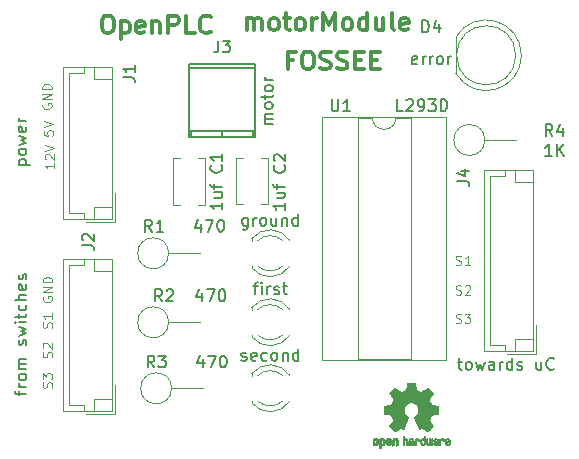
<source format=gbr>
G04 #@! TF.GenerationSoftware,KiCad,Pcbnew,5.0.1*
G04 #@! TF.CreationDate,2019-01-22T15:04:32+05:30*
G04 #@! TF.ProjectId,motor,6D6F746F722E6B696361645F70636200,rev?*
G04 #@! TF.SameCoordinates,Original*
G04 #@! TF.FileFunction,Legend,Top*
G04 #@! TF.FilePolarity,Positive*
%FSLAX46Y46*%
G04 Gerber Fmt 4.6, Leading zero omitted, Abs format (unit mm)*
G04 Created by KiCad (PCBNEW 5.0.1) date Tue 22 Jan 2019 03:04:32 PM IST*
%MOMM*%
%LPD*%
G01*
G04 APERTURE LIST*
%ADD10C,0.100000*%
%ADD11C,0.300000*%
%ADD12C,0.120000*%
%ADD13C,0.150000*%
%ADD14C,0.010000*%
G04 APERTURE END LIST*
D10*
X119365476Y-102048809D02*
X119479761Y-102086904D01*
X119670238Y-102086904D01*
X119746428Y-102048809D01*
X119784523Y-102010714D01*
X119822619Y-101934523D01*
X119822619Y-101858333D01*
X119784523Y-101782142D01*
X119746428Y-101744047D01*
X119670238Y-101705952D01*
X119517857Y-101667857D01*
X119441666Y-101629761D01*
X119403571Y-101591666D01*
X119365476Y-101515476D01*
X119365476Y-101439285D01*
X119403571Y-101363095D01*
X119441666Y-101325000D01*
X119517857Y-101286904D01*
X119708333Y-101286904D01*
X119822619Y-101325000D01*
X120584523Y-102086904D02*
X120127380Y-102086904D01*
X120355952Y-102086904D02*
X120355952Y-101286904D01*
X120279761Y-101401190D01*
X120203571Y-101477380D01*
X120127380Y-101515476D01*
X119365476Y-104548809D02*
X119479761Y-104586904D01*
X119670238Y-104586904D01*
X119746428Y-104548809D01*
X119784523Y-104510714D01*
X119822619Y-104434523D01*
X119822619Y-104358333D01*
X119784523Y-104282142D01*
X119746428Y-104244047D01*
X119670238Y-104205952D01*
X119517857Y-104167857D01*
X119441666Y-104129761D01*
X119403571Y-104091666D01*
X119365476Y-104015476D01*
X119365476Y-103939285D01*
X119403571Y-103863095D01*
X119441666Y-103825000D01*
X119517857Y-103786904D01*
X119708333Y-103786904D01*
X119822619Y-103825000D01*
X120127380Y-103863095D02*
X120165476Y-103825000D01*
X120241666Y-103786904D01*
X120432142Y-103786904D01*
X120508333Y-103825000D01*
X120546428Y-103863095D01*
X120584523Y-103939285D01*
X120584523Y-104015476D01*
X120546428Y-104129761D01*
X120089285Y-104586904D01*
X120584523Y-104586904D01*
X119365476Y-106973809D02*
X119479761Y-107011904D01*
X119670238Y-107011904D01*
X119746428Y-106973809D01*
X119784523Y-106935714D01*
X119822619Y-106859523D01*
X119822619Y-106783333D01*
X119784523Y-106707142D01*
X119746428Y-106669047D01*
X119670238Y-106630952D01*
X119517857Y-106592857D01*
X119441666Y-106554761D01*
X119403571Y-106516666D01*
X119365476Y-106440476D01*
X119365476Y-106364285D01*
X119403571Y-106288095D01*
X119441666Y-106250000D01*
X119517857Y-106211904D01*
X119708333Y-106211904D01*
X119822619Y-106250000D01*
X120089285Y-106211904D02*
X120584523Y-106211904D01*
X120317857Y-106516666D01*
X120432142Y-106516666D01*
X120508333Y-106554761D01*
X120546428Y-106592857D01*
X120584523Y-106669047D01*
X120584523Y-106859523D01*
X120546428Y-106935714D01*
X120508333Y-106973809D01*
X120432142Y-107011904D01*
X120203571Y-107011904D01*
X120127380Y-106973809D01*
X120089285Y-106935714D01*
X85123809Y-112484523D02*
X85161904Y-112370238D01*
X85161904Y-112179761D01*
X85123809Y-112103571D01*
X85085714Y-112065476D01*
X85009523Y-112027380D01*
X84933333Y-112027380D01*
X84857142Y-112065476D01*
X84819047Y-112103571D01*
X84780952Y-112179761D01*
X84742857Y-112332142D01*
X84704761Y-112408333D01*
X84666666Y-112446428D01*
X84590476Y-112484523D01*
X84514285Y-112484523D01*
X84438095Y-112446428D01*
X84400000Y-112408333D01*
X84361904Y-112332142D01*
X84361904Y-112141666D01*
X84400000Y-112027380D01*
X84361904Y-111760714D02*
X84361904Y-111265476D01*
X84666666Y-111532142D01*
X84666666Y-111417857D01*
X84704761Y-111341666D01*
X84742857Y-111303571D01*
X84819047Y-111265476D01*
X85009523Y-111265476D01*
X85085714Y-111303571D01*
X85123809Y-111341666D01*
X85161904Y-111417857D01*
X85161904Y-111646428D01*
X85123809Y-111722619D01*
X85085714Y-111760714D01*
X85123809Y-109909523D02*
X85161904Y-109795238D01*
X85161904Y-109604761D01*
X85123809Y-109528571D01*
X85085714Y-109490476D01*
X85009523Y-109452380D01*
X84933333Y-109452380D01*
X84857142Y-109490476D01*
X84819047Y-109528571D01*
X84780952Y-109604761D01*
X84742857Y-109757142D01*
X84704761Y-109833333D01*
X84666666Y-109871428D01*
X84590476Y-109909523D01*
X84514285Y-109909523D01*
X84438095Y-109871428D01*
X84400000Y-109833333D01*
X84361904Y-109757142D01*
X84361904Y-109566666D01*
X84400000Y-109452380D01*
X84438095Y-109147619D02*
X84400000Y-109109523D01*
X84361904Y-109033333D01*
X84361904Y-108842857D01*
X84400000Y-108766666D01*
X84438095Y-108728571D01*
X84514285Y-108690476D01*
X84590476Y-108690476D01*
X84704761Y-108728571D01*
X85161904Y-109185714D01*
X85161904Y-108690476D01*
X85123809Y-107409523D02*
X85161904Y-107295238D01*
X85161904Y-107104761D01*
X85123809Y-107028571D01*
X85085714Y-106990476D01*
X85009523Y-106952380D01*
X84933333Y-106952380D01*
X84857142Y-106990476D01*
X84819047Y-107028571D01*
X84780952Y-107104761D01*
X84742857Y-107257142D01*
X84704761Y-107333333D01*
X84666666Y-107371428D01*
X84590476Y-107409523D01*
X84514285Y-107409523D01*
X84438095Y-107371428D01*
X84400000Y-107333333D01*
X84361904Y-107257142D01*
X84361904Y-107066666D01*
X84400000Y-106952380D01*
X85161904Y-106190476D02*
X85161904Y-106647619D01*
X85161904Y-106419047D02*
X84361904Y-106419047D01*
X84476190Y-106495238D01*
X84552380Y-106571428D01*
X84590476Y-106647619D01*
X84400000Y-104784523D02*
X84361904Y-104860714D01*
X84361904Y-104975000D01*
X84400000Y-105089285D01*
X84476190Y-105165476D01*
X84552380Y-105203571D01*
X84704761Y-105241666D01*
X84819047Y-105241666D01*
X84971428Y-105203571D01*
X85047619Y-105165476D01*
X85123809Y-105089285D01*
X85161904Y-104975000D01*
X85161904Y-104898809D01*
X85123809Y-104784523D01*
X85085714Y-104746428D01*
X84819047Y-104746428D01*
X84819047Y-104898809D01*
X85161904Y-104403571D02*
X84361904Y-104403571D01*
X85161904Y-103946428D01*
X84361904Y-103946428D01*
X85161904Y-103565476D02*
X84361904Y-103565476D01*
X84361904Y-103375000D01*
X84400000Y-103260714D01*
X84476190Y-103184523D01*
X84552380Y-103146428D01*
X84704761Y-103108333D01*
X84819047Y-103108333D01*
X84971428Y-103146428D01*
X85047619Y-103184523D01*
X85123809Y-103260714D01*
X85161904Y-103375000D01*
X85161904Y-103565476D01*
X85336904Y-93445238D02*
X85336904Y-93902380D01*
X85336904Y-93673809D02*
X84536904Y-93673809D01*
X84651190Y-93750000D01*
X84727380Y-93826190D01*
X84765476Y-93902380D01*
X84613095Y-93140476D02*
X84575000Y-93102380D01*
X84536904Y-93026190D01*
X84536904Y-92835714D01*
X84575000Y-92759523D01*
X84613095Y-92721428D01*
X84689285Y-92683333D01*
X84765476Y-92683333D01*
X84879761Y-92721428D01*
X85336904Y-93178571D01*
X85336904Y-92683333D01*
X84536904Y-92454761D02*
X85336904Y-92188095D01*
X84536904Y-91921428D01*
X84461904Y-90702380D02*
X84461904Y-91083333D01*
X84842857Y-91121428D01*
X84804761Y-91083333D01*
X84766666Y-91007142D01*
X84766666Y-90816666D01*
X84804761Y-90740476D01*
X84842857Y-90702380D01*
X84919047Y-90664285D01*
X85109523Y-90664285D01*
X85185714Y-90702380D01*
X85223809Y-90740476D01*
X85261904Y-90816666D01*
X85261904Y-91007142D01*
X85223809Y-91083333D01*
X85185714Y-91121428D01*
X84461904Y-90435714D02*
X85261904Y-90169047D01*
X84461904Y-89902380D01*
X84375000Y-88434523D02*
X84336904Y-88510714D01*
X84336904Y-88625000D01*
X84375000Y-88739285D01*
X84451190Y-88815476D01*
X84527380Y-88853571D01*
X84679761Y-88891666D01*
X84794047Y-88891666D01*
X84946428Y-88853571D01*
X85022619Y-88815476D01*
X85098809Y-88739285D01*
X85136904Y-88625000D01*
X85136904Y-88548809D01*
X85098809Y-88434523D01*
X85060714Y-88396428D01*
X84794047Y-88396428D01*
X84794047Y-88548809D01*
X85136904Y-88053571D02*
X84336904Y-88053571D01*
X85136904Y-87596428D01*
X84336904Y-87596428D01*
X85136904Y-87215476D02*
X84336904Y-87215476D01*
X84336904Y-87025000D01*
X84375000Y-86910714D01*
X84451190Y-86834523D01*
X84527380Y-86796428D01*
X84679761Y-86758333D01*
X84794047Y-86758333D01*
X84946428Y-86796428D01*
X85022619Y-86834523D01*
X85098809Y-86910714D01*
X85136904Y-87025000D01*
X85136904Y-87215476D01*
D11*
X101636571Y-82212571D02*
X101636571Y-81212571D01*
X101636571Y-81355428D02*
X101708000Y-81284000D01*
X101850857Y-81212571D01*
X102065142Y-81212571D01*
X102208000Y-81284000D01*
X102279428Y-81426857D01*
X102279428Y-82212571D01*
X102279428Y-81426857D02*
X102350857Y-81284000D01*
X102493714Y-81212571D01*
X102708000Y-81212571D01*
X102850857Y-81284000D01*
X102922285Y-81426857D01*
X102922285Y-82212571D01*
X103850857Y-82212571D02*
X103708000Y-82141142D01*
X103636571Y-82069714D01*
X103565142Y-81926857D01*
X103565142Y-81498285D01*
X103636571Y-81355428D01*
X103708000Y-81284000D01*
X103850857Y-81212571D01*
X104065142Y-81212571D01*
X104208000Y-81284000D01*
X104279428Y-81355428D01*
X104350857Y-81498285D01*
X104350857Y-81926857D01*
X104279428Y-82069714D01*
X104208000Y-82141142D01*
X104065142Y-82212571D01*
X103850857Y-82212571D01*
X104779428Y-81212571D02*
X105350857Y-81212571D01*
X104993714Y-80712571D02*
X104993714Y-81998285D01*
X105065142Y-82141142D01*
X105208000Y-82212571D01*
X105350857Y-82212571D01*
X106065142Y-82212571D02*
X105922285Y-82141142D01*
X105850857Y-82069714D01*
X105779428Y-81926857D01*
X105779428Y-81498285D01*
X105850857Y-81355428D01*
X105922285Y-81284000D01*
X106065142Y-81212571D01*
X106279428Y-81212571D01*
X106422285Y-81284000D01*
X106493714Y-81355428D01*
X106565142Y-81498285D01*
X106565142Y-81926857D01*
X106493714Y-82069714D01*
X106422285Y-82141142D01*
X106279428Y-82212571D01*
X106065142Y-82212571D01*
X107208000Y-82212571D02*
X107208000Y-81212571D01*
X107208000Y-81498285D02*
X107279428Y-81355428D01*
X107350857Y-81284000D01*
X107493714Y-81212571D01*
X107636571Y-81212571D01*
X108136571Y-82212571D02*
X108136571Y-80712571D01*
X108636571Y-81784000D01*
X109136571Y-80712571D01*
X109136571Y-82212571D01*
X110065142Y-82212571D02*
X109922285Y-82141142D01*
X109850857Y-82069714D01*
X109779428Y-81926857D01*
X109779428Y-81498285D01*
X109850857Y-81355428D01*
X109922285Y-81284000D01*
X110065142Y-81212571D01*
X110279428Y-81212571D01*
X110422285Y-81284000D01*
X110493714Y-81355428D01*
X110565142Y-81498285D01*
X110565142Y-81926857D01*
X110493714Y-82069714D01*
X110422285Y-82141142D01*
X110279428Y-82212571D01*
X110065142Y-82212571D01*
X111850857Y-82212571D02*
X111850857Y-80712571D01*
X111850857Y-82141142D02*
X111708000Y-82212571D01*
X111422285Y-82212571D01*
X111279428Y-82141142D01*
X111208000Y-82069714D01*
X111136571Y-81926857D01*
X111136571Y-81498285D01*
X111208000Y-81355428D01*
X111279428Y-81284000D01*
X111422285Y-81212571D01*
X111708000Y-81212571D01*
X111850857Y-81284000D01*
X113208000Y-81212571D02*
X113208000Y-82212571D01*
X112565142Y-81212571D02*
X112565142Y-81998285D01*
X112636571Y-82141142D01*
X112779428Y-82212571D01*
X112993714Y-82212571D01*
X113136571Y-82141142D01*
X113208000Y-82069714D01*
X114136571Y-82212571D02*
X113993714Y-82141142D01*
X113922285Y-81998285D01*
X113922285Y-80712571D01*
X115279428Y-82141142D02*
X115136571Y-82212571D01*
X114850857Y-82212571D01*
X114708000Y-82141142D01*
X114636571Y-81998285D01*
X114636571Y-81426857D01*
X114708000Y-81284000D01*
X114850857Y-81212571D01*
X115136571Y-81212571D01*
X115279428Y-81284000D01*
X115350857Y-81426857D01*
X115350857Y-81569714D01*
X114636571Y-81712571D01*
X105608857Y-84728857D02*
X105108857Y-84728857D01*
X105108857Y-85514571D02*
X105108857Y-84014571D01*
X105823142Y-84014571D01*
X106680285Y-84014571D02*
X106966000Y-84014571D01*
X107108857Y-84086000D01*
X107251714Y-84228857D01*
X107323142Y-84514571D01*
X107323142Y-85014571D01*
X107251714Y-85300285D01*
X107108857Y-85443142D01*
X106966000Y-85514571D01*
X106680285Y-85514571D01*
X106537428Y-85443142D01*
X106394571Y-85300285D01*
X106323142Y-85014571D01*
X106323142Y-84514571D01*
X106394571Y-84228857D01*
X106537428Y-84086000D01*
X106680285Y-84014571D01*
X107894571Y-85443142D02*
X108108857Y-85514571D01*
X108466000Y-85514571D01*
X108608857Y-85443142D01*
X108680285Y-85371714D01*
X108751714Y-85228857D01*
X108751714Y-85086000D01*
X108680285Y-84943142D01*
X108608857Y-84871714D01*
X108466000Y-84800285D01*
X108180285Y-84728857D01*
X108037428Y-84657428D01*
X107966000Y-84586000D01*
X107894571Y-84443142D01*
X107894571Y-84300285D01*
X107966000Y-84157428D01*
X108037428Y-84086000D01*
X108180285Y-84014571D01*
X108537428Y-84014571D01*
X108751714Y-84086000D01*
X109323142Y-85443142D02*
X109537428Y-85514571D01*
X109894571Y-85514571D01*
X110037428Y-85443142D01*
X110108857Y-85371714D01*
X110180285Y-85228857D01*
X110180285Y-85086000D01*
X110108857Y-84943142D01*
X110037428Y-84871714D01*
X109894571Y-84800285D01*
X109608857Y-84728857D01*
X109466000Y-84657428D01*
X109394571Y-84586000D01*
X109323142Y-84443142D01*
X109323142Y-84300285D01*
X109394571Y-84157428D01*
X109466000Y-84086000D01*
X109608857Y-84014571D01*
X109966000Y-84014571D01*
X110180285Y-84086000D01*
X110823142Y-84728857D02*
X111323142Y-84728857D01*
X111537428Y-85514571D02*
X110823142Y-85514571D01*
X110823142Y-84014571D01*
X111537428Y-84014571D01*
X112180285Y-84728857D02*
X112680285Y-84728857D01*
X112894571Y-85514571D02*
X112180285Y-85514571D01*
X112180285Y-84014571D01*
X112894571Y-84014571D01*
X89730000Y-80966571D02*
X90015714Y-80966571D01*
X90158571Y-81038000D01*
X90301428Y-81180857D01*
X90372857Y-81466571D01*
X90372857Y-81966571D01*
X90301428Y-82252285D01*
X90158571Y-82395142D01*
X90015714Y-82466571D01*
X89730000Y-82466571D01*
X89587142Y-82395142D01*
X89444285Y-82252285D01*
X89372857Y-81966571D01*
X89372857Y-81466571D01*
X89444285Y-81180857D01*
X89587142Y-81038000D01*
X89730000Y-80966571D01*
X91015714Y-81466571D02*
X91015714Y-82966571D01*
X91015714Y-81538000D02*
X91158571Y-81466571D01*
X91444285Y-81466571D01*
X91587142Y-81538000D01*
X91658571Y-81609428D01*
X91730000Y-81752285D01*
X91730000Y-82180857D01*
X91658571Y-82323714D01*
X91587142Y-82395142D01*
X91444285Y-82466571D01*
X91158571Y-82466571D01*
X91015714Y-82395142D01*
X92944285Y-82395142D02*
X92801428Y-82466571D01*
X92515714Y-82466571D01*
X92372857Y-82395142D01*
X92301428Y-82252285D01*
X92301428Y-81680857D01*
X92372857Y-81538000D01*
X92515714Y-81466571D01*
X92801428Y-81466571D01*
X92944285Y-81538000D01*
X93015714Y-81680857D01*
X93015714Y-81823714D01*
X92301428Y-81966571D01*
X93658571Y-81466571D02*
X93658571Y-82466571D01*
X93658571Y-81609428D02*
X93730000Y-81538000D01*
X93872857Y-81466571D01*
X94087142Y-81466571D01*
X94230000Y-81538000D01*
X94301428Y-81680857D01*
X94301428Y-82466571D01*
X95015714Y-82466571D02*
X95015714Y-80966571D01*
X95587142Y-80966571D01*
X95730000Y-81038000D01*
X95801428Y-81109428D01*
X95872857Y-81252285D01*
X95872857Y-81466571D01*
X95801428Y-81609428D01*
X95730000Y-81680857D01*
X95587142Y-81752285D01*
X95015714Y-81752285D01*
X97230000Y-82466571D02*
X96515714Y-82466571D01*
X96515714Y-80966571D01*
X98587142Y-82323714D02*
X98515714Y-82395142D01*
X98301428Y-82466571D01*
X98158571Y-82466571D01*
X97944285Y-82395142D01*
X97801428Y-82252285D01*
X97730000Y-82109428D01*
X97658571Y-81823714D01*
X97658571Y-81609428D01*
X97730000Y-81323714D01*
X97801428Y-81180857D01*
X97944285Y-81038000D01*
X98158571Y-80966571D01*
X98301428Y-80966571D01*
X98515714Y-81038000D01*
X98587142Y-81109428D01*
D12*
G04 #@! TO.C,J4*
X126175000Y-109625000D02*
X126175000Y-107125000D01*
X123675000Y-109625000D02*
X126175000Y-109625000D01*
X124375000Y-95025000D02*
X125875000Y-95025000D01*
X124375000Y-94025000D02*
X124375000Y-95025000D01*
X124375000Y-108325000D02*
X125875000Y-108325000D01*
X124375000Y-109325000D02*
X124375000Y-108325000D01*
X123525000Y-94525000D02*
X123525000Y-94025000D01*
X122275000Y-94525000D02*
X123525000Y-94525000D01*
X122275000Y-108825000D02*
X122275000Y-94525000D01*
X123525000Y-108825000D02*
X122275000Y-108825000D01*
X123525000Y-109325000D02*
X123525000Y-108825000D01*
X121775000Y-94025000D02*
X121775000Y-109325000D01*
X125875000Y-94025000D02*
X121775000Y-94025000D01*
X125875000Y-109325000D02*
X125875000Y-94025000D01*
X121775000Y-109325000D02*
X125875000Y-109325000D01*
G04 #@! TO.C,D4*
X119360000Y-82783000D02*
X119360000Y-85873000D01*
X124420000Y-84328000D02*
G75*
G03X124420000Y-84328000I-2500000J0D01*
G01*
X124910000Y-84327538D02*
G75*
G02X119360000Y-85872830I-2990000J-462D01*
G01*
X124910000Y-84328462D02*
G75*
G03X119360000Y-82783170I-2990000J462D01*
G01*
G04 #@! TO.C,R4*
X121810000Y-91500000D02*
X124480000Y-91500000D01*
X121810000Y-91500000D02*
G75*
G03X121810000Y-91500000I-1310000J0D01*
G01*
G04 #@! TO.C,C2*
X103468000Y-93016000D02*
X103468000Y-96936000D01*
X100748000Y-93016000D02*
X100748000Y-96936000D01*
X103468000Y-93016000D02*
X102858000Y-93016000D01*
X101358000Y-93016000D02*
X100748000Y-93016000D01*
X103468000Y-96936000D02*
X102858000Y-96936000D01*
X101358000Y-96936000D02*
X100748000Y-96936000D01*
G04 #@! TO.C,C1*
X97524000Y-93056000D02*
X98134000Y-93056000D01*
X95414000Y-93056000D02*
X96024000Y-93056000D01*
X97524000Y-96976000D02*
X98134000Y-96976000D01*
X95414000Y-96976000D02*
X96024000Y-96976000D01*
X98134000Y-96976000D02*
X98134000Y-93056000D01*
X95414000Y-96976000D02*
X95414000Y-93056000D01*
G04 #@! TO.C,R3*
X95290000Y-112522000D02*
X97960000Y-112522000D01*
X95290000Y-112522000D02*
G75*
G03X95290000Y-112522000I-1310000J0D01*
G01*
G04 #@! TO.C,R2*
X95036000Y-106934000D02*
G75*
G03X95036000Y-106934000I-1310000J0D01*
G01*
X95036000Y-106934000D02*
X97706000Y-106934000D01*
G04 #@! TO.C,R1*
X95036000Y-101092000D02*
X97706000Y-101092000D01*
X95036000Y-101092000D02*
G75*
G03X95036000Y-101092000I-1310000J0D01*
G01*
G04 #@! TO.C,D3*
X102072000Y-113602000D02*
X102072000Y-113758000D01*
X102072000Y-111286000D02*
X102072000Y-111442000D01*
X104673130Y-113601837D02*
G75*
G02X102591039Y-113602000I-1041130J1079837D01*
G01*
X104673130Y-111442163D02*
G75*
G03X102591039Y-111442000I-1041130J-1079837D01*
G01*
X105304335Y-113600608D02*
G75*
G02X102072000Y-113757516I-1672335J1078608D01*
G01*
X105304335Y-111443392D02*
G75*
G03X102072000Y-111286484I-1672335J-1078608D01*
G01*
G04 #@! TO.C,D2*
X105304335Y-105855392D02*
G75*
G03X102072000Y-105698484I-1672335J-1078608D01*
G01*
X105304335Y-108012608D02*
G75*
G02X102072000Y-108169516I-1672335J1078608D01*
G01*
X104673130Y-105854163D02*
G75*
G03X102591039Y-105854000I-1041130J-1079837D01*
G01*
X104673130Y-108013837D02*
G75*
G02X102591039Y-108014000I-1041130J1079837D01*
G01*
X102072000Y-105698000D02*
X102072000Y-105854000D01*
X102072000Y-108014000D02*
X102072000Y-108170000D01*
G04 #@! TO.C,D1*
X102072000Y-102172000D02*
X102072000Y-102328000D01*
X102072000Y-99856000D02*
X102072000Y-100012000D01*
X104673130Y-102171837D02*
G75*
G02X102591039Y-102172000I-1041130J1079837D01*
G01*
X104673130Y-100012163D02*
G75*
G03X102591039Y-100012000I-1041130J-1079837D01*
G01*
X105304335Y-102170608D02*
G75*
G02X102072000Y-102327516I-1672335J1078608D01*
G01*
X105304335Y-100013392D02*
G75*
G03X102072000Y-99856484I-1672335J-1078608D01*
G01*
G04 #@! TO.C,U1*
X118534000Y-89542000D02*
X108034000Y-89542000D01*
X118534000Y-110102000D02*
X118534000Y-89542000D01*
X108034000Y-110102000D02*
X118534000Y-110102000D01*
X108034000Y-89542000D02*
X108034000Y-110102000D01*
X115534000Y-89602000D02*
X114284000Y-89602000D01*
X115534000Y-110042000D02*
X115534000Y-89602000D01*
X111034000Y-110042000D02*
X115534000Y-110042000D01*
X111034000Y-89602000D02*
X111034000Y-110042000D01*
X112284000Y-89602000D02*
X111034000Y-89602000D01*
X114284000Y-89602000D02*
G75*
G02X112284000Y-89602000I-1000000J0D01*
G01*
G04 #@! TO.C,J1*
X90534000Y-98454000D02*
X90534000Y-95954000D01*
X88034000Y-98454000D02*
X90534000Y-98454000D01*
X88734000Y-86354000D02*
X90234000Y-86354000D01*
X88734000Y-85354000D02*
X88734000Y-86354000D01*
X88734000Y-97154000D02*
X90234000Y-97154000D01*
X88734000Y-98154000D02*
X88734000Y-97154000D01*
X87884000Y-85854000D02*
X87884000Y-85354000D01*
X86634000Y-85854000D02*
X87884000Y-85854000D01*
X86634000Y-97654000D02*
X86634000Y-85854000D01*
X87884000Y-97654000D02*
X86634000Y-97654000D01*
X87884000Y-98154000D02*
X87884000Y-97654000D01*
X86134000Y-85354000D02*
X86134000Y-98154000D01*
X90234000Y-85354000D02*
X86134000Y-85354000D01*
X90234000Y-98154000D02*
X90234000Y-85354000D01*
X86134000Y-98154000D02*
X90234000Y-98154000D01*
G04 #@! TO.C,J2*
X86134000Y-114410000D02*
X90234000Y-114410000D01*
X90234000Y-114410000D02*
X90234000Y-101610000D01*
X90234000Y-101610000D02*
X86134000Y-101610000D01*
X86134000Y-101610000D02*
X86134000Y-114410000D01*
X87884000Y-114410000D02*
X87884000Y-113910000D01*
X87884000Y-113910000D02*
X86634000Y-113910000D01*
X86634000Y-113910000D02*
X86634000Y-102110000D01*
X86634000Y-102110000D02*
X87884000Y-102110000D01*
X87884000Y-102110000D02*
X87884000Y-101610000D01*
X88734000Y-114410000D02*
X88734000Y-113410000D01*
X88734000Y-113410000D02*
X90234000Y-113410000D01*
X88734000Y-101610000D02*
X88734000Y-102610000D01*
X88734000Y-102610000D02*
X90234000Y-102610000D01*
X88034000Y-114710000D02*
X90534000Y-114710000D01*
X90534000Y-114710000D02*
X90534000Y-112210000D01*
D13*
G04 #@! TO.C,J3*
X96768920Y-85039200D02*
X96768920Y-91236800D01*
X102367080Y-85039200D02*
X96768920Y-85039200D01*
X102367080Y-91236800D02*
X102367080Y-85039200D01*
X96768920Y-91236800D02*
X102367080Y-91236800D01*
X96768920Y-85437980D02*
X102367080Y-85437980D01*
X99568000Y-91236800D02*
X99568000Y-90738960D01*
X102168960Y-90738960D02*
X102168960Y-91236800D01*
X96967040Y-91236800D02*
X96967040Y-90738960D01*
X102367080Y-90738960D02*
X96768920Y-90738960D01*
D14*
G04 #@! TO.C,REF\002A\002A\002A*
G36*
X113169744Y-116727918D02*
X113225201Y-116755568D01*
X113274148Y-116806480D01*
X113287629Y-116825338D01*
X113302314Y-116850015D01*
X113311842Y-116876816D01*
X113317293Y-116912587D01*
X113319747Y-116964169D01*
X113320286Y-117032267D01*
X113317852Y-117125588D01*
X113309394Y-117195657D01*
X113293174Y-117247931D01*
X113267454Y-117287869D01*
X113230497Y-117320929D01*
X113227782Y-117322886D01*
X113191360Y-117342908D01*
X113147502Y-117352815D01*
X113091724Y-117355257D01*
X113001048Y-117355257D01*
X113001010Y-117443283D01*
X113000166Y-117492308D01*
X112995024Y-117521065D01*
X112981587Y-117538311D01*
X112955858Y-117552808D01*
X112949679Y-117555769D01*
X112920764Y-117569648D01*
X112898376Y-117578414D01*
X112881729Y-117579171D01*
X112870036Y-117569023D01*
X112862510Y-117545073D01*
X112858366Y-117504426D01*
X112856815Y-117444186D01*
X112857071Y-117361455D01*
X112858349Y-117253339D01*
X112858748Y-117221000D01*
X112860185Y-117109524D01*
X112861472Y-117036603D01*
X113000971Y-117036603D01*
X113001755Y-117098499D01*
X113005240Y-117138997D01*
X113013124Y-117165708D01*
X113027105Y-117186244D01*
X113036597Y-117196260D01*
X113075404Y-117225567D01*
X113109763Y-117227952D01*
X113145216Y-117203750D01*
X113146114Y-117202857D01*
X113160539Y-117184153D01*
X113169313Y-117158732D01*
X113173739Y-117119584D01*
X113175118Y-117059697D01*
X113175143Y-117046430D01*
X113171812Y-116963901D01*
X113160969Y-116906691D01*
X113141340Y-116871766D01*
X113111650Y-116856094D01*
X113094491Y-116854514D01*
X113053766Y-116861926D01*
X113025832Y-116886330D01*
X113009017Y-116930980D01*
X113001650Y-116999130D01*
X113000971Y-117036603D01*
X112861472Y-117036603D01*
X112861708Y-117023245D01*
X112863677Y-116958333D01*
X112866450Y-116910958D01*
X112870388Y-116877290D01*
X112875849Y-116853498D01*
X112883192Y-116835753D01*
X112892777Y-116820224D01*
X112896887Y-116814381D01*
X112951405Y-116759185D01*
X113020336Y-116727890D01*
X113100072Y-116719165D01*
X113169744Y-116727918D01*
X113169744Y-116727918D01*
G37*
X113169744Y-116727918D02*
X113225201Y-116755568D01*
X113274148Y-116806480D01*
X113287629Y-116825338D01*
X113302314Y-116850015D01*
X113311842Y-116876816D01*
X113317293Y-116912587D01*
X113319747Y-116964169D01*
X113320286Y-117032267D01*
X113317852Y-117125588D01*
X113309394Y-117195657D01*
X113293174Y-117247931D01*
X113267454Y-117287869D01*
X113230497Y-117320929D01*
X113227782Y-117322886D01*
X113191360Y-117342908D01*
X113147502Y-117352815D01*
X113091724Y-117355257D01*
X113001048Y-117355257D01*
X113001010Y-117443283D01*
X113000166Y-117492308D01*
X112995024Y-117521065D01*
X112981587Y-117538311D01*
X112955858Y-117552808D01*
X112949679Y-117555769D01*
X112920764Y-117569648D01*
X112898376Y-117578414D01*
X112881729Y-117579171D01*
X112870036Y-117569023D01*
X112862510Y-117545073D01*
X112858366Y-117504426D01*
X112856815Y-117444186D01*
X112857071Y-117361455D01*
X112858349Y-117253339D01*
X112858748Y-117221000D01*
X112860185Y-117109524D01*
X112861472Y-117036603D01*
X113000971Y-117036603D01*
X113001755Y-117098499D01*
X113005240Y-117138997D01*
X113013124Y-117165708D01*
X113027105Y-117186244D01*
X113036597Y-117196260D01*
X113075404Y-117225567D01*
X113109763Y-117227952D01*
X113145216Y-117203750D01*
X113146114Y-117202857D01*
X113160539Y-117184153D01*
X113169313Y-117158732D01*
X113173739Y-117119584D01*
X113175118Y-117059697D01*
X113175143Y-117046430D01*
X113171812Y-116963901D01*
X113160969Y-116906691D01*
X113141340Y-116871766D01*
X113111650Y-116856094D01*
X113094491Y-116854514D01*
X113053766Y-116861926D01*
X113025832Y-116886330D01*
X113009017Y-116930980D01*
X113001650Y-116999130D01*
X113000971Y-117036603D01*
X112861472Y-117036603D01*
X112861708Y-117023245D01*
X112863677Y-116958333D01*
X112866450Y-116910958D01*
X112870388Y-116877290D01*
X112875849Y-116853498D01*
X112883192Y-116835753D01*
X112892777Y-116820224D01*
X112896887Y-116814381D01*
X112951405Y-116759185D01*
X113020336Y-116727890D01*
X113100072Y-116719165D01*
X113169744Y-116727918D01*
G36*
X114286093Y-116735780D02*
X114332672Y-116762723D01*
X114365057Y-116789466D01*
X114388742Y-116817484D01*
X114405059Y-116851748D01*
X114415339Y-116897227D01*
X114420914Y-116958892D01*
X114423116Y-117041711D01*
X114423371Y-117101246D01*
X114423371Y-117320391D01*
X114361686Y-117348044D01*
X114300000Y-117375697D01*
X114292743Y-117135670D01*
X114289744Y-117046028D01*
X114286598Y-116980962D01*
X114282701Y-116936026D01*
X114277447Y-116906770D01*
X114270231Y-116888748D01*
X114260450Y-116877511D01*
X114257312Y-116875079D01*
X114209761Y-116856083D01*
X114161697Y-116863600D01*
X114133086Y-116883543D01*
X114121447Y-116897675D01*
X114113391Y-116916220D01*
X114108271Y-116944334D01*
X114105441Y-116987173D01*
X114104256Y-117049895D01*
X114104057Y-117115261D01*
X114104018Y-117197268D01*
X114102614Y-117255316D01*
X114097914Y-117294465D01*
X114087987Y-117319780D01*
X114070903Y-117336323D01*
X114044732Y-117349156D01*
X114009775Y-117362491D01*
X113971596Y-117377007D01*
X113976141Y-117119389D01*
X113977971Y-117026519D01*
X113980112Y-116957889D01*
X113983181Y-116908711D01*
X113987794Y-116874198D01*
X113994568Y-116849562D01*
X114004119Y-116830016D01*
X114015634Y-116812770D01*
X114071190Y-116757680D01*
X114138980Y-116725822D01*
X114212713Y-116718191D01*
X114286093Y-116735780D01*
X114286093Y-116735780D01*
G37*
X114286093Y-116735780D02*
X114332672Y-116762723D01*
X114365057Y-116789466D01*
X114388742Y-116817484D01*
X114405059Y-116851748D01*
X114415339Y-116897227D01*
X114420914Y-116958892D01*
X114423116Y-117041711D01*
X114423371Y-117101246D01*
X114423371Y-117320391D01*
X114361686Y-117348044D01*
X114300000Y-117375697D01*
X114292743Y-117135670D01*
X114289744Y-117046028D01*
X114286598Y-116980962D01*
X114282701Y-116936026D01*
X114277447Y-116906770D01*
X114270231Y-116888748D01*
X114260450Y-116877511D01*
X114257312Y-116875079D01*
X114209761Y-116856083D01*
X114161697Y-116863600D01*
X114133086Y-116883543D01*
X114121447Y-116897675D01*
X114113391Y-116916220D01*
X114108271Y-116944334D01*
X114105441Y-116987173D01*
X114104256Y-117049895D01*
X114104057Y-117115261D01*
X114104018Y-117197268D01*
X114102614Y-117255316D01*
X114097914Y-117294465D01*
X114087987Y-117319780D01*
X114070903Y-117336323D01*
X114044732Y-117349156D01*
X114009775Y-117362491D01*
X113971596Y-117377007D01*
X113976141Y-117119389D01*
X113977971Y-117026519D01*
X113980112Y-116957889D01*
X113983181Y-116908711D01*
X113987794Y-116874198D01*
X113994568Y-116849562D01*
X114004119Y-116830016D01*
X114015634Y-116812770D01*
X114071190Y-116757680D01*
X114138980Y-116725822D01*
X114212713Y-116718191D01*
X114286093Y-116735780D01*
G36*
X112611115Y-116729962D02*
X112679145Y-116765733D01*
X112729351Y-116823301D01*
X112747185Y-116860312D01*
X112761063Y-116915882D01*
X112768167Y-116986096D01*
X112768840Y-117062727D01*
X112763427Y-117137552D01*
X112752270Y-117202342D01*
X112735714Y-117248873D01*
X112730626Y-117256887D01*
X112670355Y-117316707D01*
X112598769Y-117352535D01*
X112521092Y-117363020D01*
X112442548Y-117346810D01*
X112420689Y-117337092D01*
X112378122Y-117307143D01*
X112340763Y-117267433D01*
X112337232Y-117262397D01*
X112322881Y-117238124D01*
X112313394Y-117212178D01*
X112307790Y-117178022D01*
X112305086Y-117129119D01*
X112304299Y-117058935D01*
X112304286Y-117043200D01*
X112304322Y-117038192D01*
X112449429Y-117038192D01*
X112450273Y-117104430D01*
X112453596Y-117148386D01*
X112460583Y-117176779D01*
X112472416Y-117196325D01*
X112478457Y-117202857D01*
X112513186Y-117227680D01*
X112546903Y-117226548D01*
X112580995Y-117205016D01*
X112601329Y-117182029D01*
X112613371Y-117148478D01*
X112620134Y-117095569D01*
X112620598Y-117089399D01*
X112621752Y-116993513D01*
X112609688Y-116922299D01*
X112584570Y-116876194D01*
X112546560Y-116855635D01*
X112532992Y-116854514D01*
X112497364Y-116860152D01*
X112472994Y-116879686D01*
X112458093Y-116917042D01*
X112450875Y-116976150D01*
X112449429Y-117038192D01*
X112304322Y-117038192D01*
X112304826Y-116968413D01*
X112307096Y-116916159D01*
X112312068Y-116879949D01*
X112320713Y-116853299D01*
X112334005Y-116829722D01*
X112336943Y-116825338D01*
X112386313Y-116766249D01*
X112440109Y-116731947D01*
X112505602Y-116718331D01*
X112527842Y-116717665D01*
X112611115Y-116729962D01*
X112611115Y-116729962D01*
G37*
X112611115Y-116729962D02*
X112679145Y-116765733D01*
X112729351Y-116823301D01*
X112747185Y-116860312D01*
X112761063Y-116915882D01*
X112768167Y-116986096D01*
X112768840Y-117062727D01*
X112763427Y-117137552D01*
X112752270Y-117202342D01*
X112735714Y-117248873D01*
X112730626Y-117256887D01*
X112670355Y-117316707D01*
X112598769Y-117352535D01*
X112521092Y-117363020D01*
X112442548Y-117346810D01*
X112420689Y-117337092D01*
X112378122Y-117307143D01*
X112340763Y-117267433D01*
X112337232Y-117262397D01*
X112322881Y-117238124D01*
X112313394Y-117212178D01*
X112307790Y-117178022D01*
X112305086Y-117129119D01*
X112304299Y-117058935D01*
X112304286Y-117043200D01*
X112304322Y-117038192D01*
X112449429Y-117038192D01*
X112450273Y-117104430D01*
X112453596Y-117148386D01*
X112460583Y-117176779D01*
X112472416Y-117196325D01*
X112478457Y-117202857D01*
X112513186Y-117227680D01*
X112546903Y-117226548D01*
X112580995Y-117205016D01*
X112601329Y-117182029D01*
X112613371Y-117148478D01*
X112620134Y-117095569D01*
X112620598Y-117089399D01*
X112621752Y-116993513D01*
X112609688Y-116922299D01*
X112584570Y-116876194D01*
X112546560Y-116855635D01*
X112532992Y-116854514D01*
X112497364Y-116860152D01*
X112472994Y-116879686D01*
X112458093Y-116917042D01*
X112450875Y-116976150D01*
X112449429Y-117038192D01*
X112304322Y-117038192D01*
X112304826Y-116968413D01*
X112307096Y-116916159D01*
X112312068Y-116879949D01*
X112320713Y-116853299D01*
X112334005Y-116829722D01*
X112336943Y-116825338D01*
X112386313Y-116766249D01*
X112440109Y-116731947D01*
X112505602Y-116718331D01*
X112527842Y-116717665D01*
X112611115Y-116729962D01*
G36*
X113738303Y-116739239D02*
X113795527Y-116777735D01*
X113839749Y-116833335D01*
X113866167Y-116904086D01*
X113871510Y-116956162D01*
X113870903Y-116977893D01*
X113865822Y-116994531D01*
X113851855Y-117009437D01*
X113824589Y-117025973D01*
X113779612Y-117047498D01*
X113712511Y-117077374D01*
X113712171Y-117077524D01*
X113650407Y-117105813D01*
X113599759Y-117130933D01*
X113565404Y-117150179D01*
X113552518Y-117160848D01*
X113552514Y-117160934D01*
X113563872Y-117184166D01*
X113590431Y-117209774D01*
X113620923Y-117228221D01*
X113636370Y-117231886D01*
X113678515Y-117219212D01*
X113714808Y-117187471D01*
X113732517Y-117152572D01*
X113749552Y-117126845D01*
X113782922Y-117097546D01*
X113822149Y-117072235D01*
X113856756Y-117058471D01*
X113863993Y-117057714D01*
X113872139Y-117070160D01*
X113872630Y-117101972D01*
X113866643Y-117144866D01*
X113855357Y-117190558D01*
X113839950Y-117230761D01*
X113839171Y-117232322D01*
X113792804Y-117297062D01*
X113732711Y-117341097D01*
X113664465Y-117362711D01*
X113593638Y-117360185D01*
X113525804Y-117331804D01*
X113522788Y-117329808D01*
X113469427Y-117281448D01*
X113434340Y-117218352D01*
X113414922Y-117135387D01*
X113412316Y-117112078D01*
X113407701Y-117002055D01*
X113413233Y-116950748D01*
X113552514Y-116950748D01*
X113554324Y-116982753D01*
X113564222Y-116992093D01*
X113588898Y-116985105D01*
X113627795Y-116968587D01*
X113671275Y-116947881D01*
X113672356Y-116947333D01*
X113709209Y-116927949D01*
X113724000Y-116915013D01*
X113720353Y-116901451D01*
X113704995Y-116883632D01*
X113665923Y-116857845D01*
X113623846Y-116855950D01*
X113586103Y-116874717D01*
X113560034Y-116910915D01*
X113552514Y-116950748D01*
X113413233Y-116950748D01*
X113417194Y-116914027D01*
X113441550Y-116844212D01*
X113475456Y-116795302D01*
X113536653Y-116745878D01*
X113604063Y-116721359D01*
X113672880Y-116719797D01*
X113738303Y-116739239D01*
X113738303Y-116739239D01*
G37*
X113738303Y-116739239D02*
X113795527Y-116777735D01*
X113839749Y-116833335D01*
X113866167Y-116904086D01*
X113871510Y-116956162D01*
X113870903Y-116977893D01*
X113865822Y-116994531D01*
X113851855Y-117009437D01*
X113824589Y-117025973D01*
X113779612Y-117047498D01*
X113712511Y-117077374D01*
X113712171Y-117077524D01*
X113650407Y-117105813D01*
X113599759Y-117130933D01*
X113565404Y-117150179D01*
X113552518Y-117160848D01*
X113552514Y-117160934D01*
X113563872Y-117184166D01*
X113590431Y-117209774D01*
X113620923Y-117228221D01*
X113636370Y-117231886D01*
X113678515Y-117219212D01*
X113714808Y-117187471D01*
X113732517Y-117152572D01*
X113749552Y-117126845D01*
X113782922Y-117097546D01*
X113822149Y-117072235D01*
X113856756Y-117058471D01*
X113863993Y-117057714D01*
X113872139Y-117070160D01*
X113872630Y-117101972D01*
X113866643Y-117144866D01*
X113855357Y-117190558D01*
X113839950Y-117230761D01*
X113839171Y-117232322D01*
X113792804Y-117297062D01*
X113732711Y-117341097D01*
X113664465Y-117362711D01*
X113593638Y-117360185D01*
X113525804Y-117331804D01*
X113522788Y-117329808D01*
X113469427Y-117281448D01*
X113434340Y-117218352D01*
X113414922Y-117135387D01*
X113412316Y-117112078D01*
X113407701Y-117002055D01*
X113413233Y-116950748D01*
X113552514Y-116950748D01*
X113554324Y-116982753D01*
X113564222Y-116992093D01*
X113588898Y-116985105D01*
X113627795Y-116968587D01*
X113671275Y-116947881D01*
X113672356Y-116947333D01*
X113709209Y-116927949D01*
X113724000Y-116915013D01*
X113720353Y-116901451D01*
X113704995Y-116883632D01*
X113665923Y-116857845D01*
X113623846Y-116855950D01*
X113586103Y-116874717D01*
X113560034Y-116910915D01*
X113552514Y-116950748D01*
X113413233Y-116950748D01*
X113417194Y-116914027D01*
X113441550Y-116844212D01*
X113475456Y-116795302D01*
X113536653Y-116745878D01*
X113604063Y-116721359D01*
X113672880Y-116719797D01*
X113738303Y-116739239D01*
G36*
X114945886Y-116659289D02*
X114950139Y-116718613D01*
X114955025Y-116753572D01*
X114961795Y-116768820D01*
X114971702Y-116769015D01*
X114974914Y-116767195D01*
X115017644Y-116754015D01*
X115073227Y-116754785D01*
X115129737Y-116768333D01*
X115165082Y-116785861D01*
X115201321Y-116813861D01*
X115227813Y-116845549D01*
X115245999Y-116885813D01*
X115257322Y-116939543D01*
X115263222Y-117011626D01*
X115265143Y-117106951D01*
X115265177Y-117125237D01*
X115265200Y-117330646D01*
X115219491Y-117346580D01*
X115187027Y-117357420D01*
X115169215Y-117362468D01*
X115168691Y-117362514D01*
X115166937Y-117348828D01*
X115165444Y-117311076D01*
X115164326Y-117254224D01*
X115163697Y-117183234D01*
X115163600Y-117140073D01*
X115163398Y-117054973D01*
X115162358Y-116993981D01*
X115159831Y-116952177D01*
X115155164Y-116924642D01*
X115147707Y-116906456D01*
X115136811Y-116892698D01*
X115130007Y-116886073D01*
X115083272Y-116859375D01*
X115032272Y-116857375D01*
X114986001Y-116879955D01*
X114977444Y-116888107D01*
X114964893Y-116903436D01*
X114956188Y-116921618D01*
X114950631Y-116947909D01*
X114947526Y-116987562D01*
X114946176Y-117045832D01*
X114945886Y-117126173D01*
X114945886Y-117330646D01*
X114900177Y-117346580D01*
X114867713Y-117357420D01*
X114849901Y-117362468D01*
X114849377Y-117362514D01*
X114848037Y-117348623D01*
X114846828Y-117309439D01*
X114845801Y-117248700D01*
X114845002Y-117170141D01*
X114844481Y-117077498D01*
X114844286Y-116974509D01*
X114844286Y-116577342D01*
X114891457Y-116557444D01*
X114938629Y-116537547D01*
X114945886Y-116659289D01*
X114945886Y-116659289D01*
G37*
X114945886Y-116659289D02*
X114950139Y-116718613D01*
X114955025Y-116753572D01*
X114961795Y-116768820D01*
X114971702Y-116769015D01*
X114974914Y-116767195D01*
X115017644Y-116754015D01*
X115073227Y-116754785D01*
X115129737Y-116768333D01*
X115165082Y-116785861D01*
X115201321Y-116813861D01*
X115227813Y-116845549D01*
X115245999Y-116885813D01*
X115257322Y-116939543D01*
X115263222Y-117011626D01*
X115265143Y-117106951D01*
X115265177Y-117125237D01*
X115265200Y-117330646D01*
X115219491Y-117346580D01*
X115187027Y-117357420D01*
X115169215Y-117362468D01*
X115168691Y-117362514D01*
X115166937Y-117348828D01*
X115165444Y-117311076D01*
X115164326Y-117254224D01*
X115163697Y-117183234D01*
X115163600Y-117140073D01*
X115163398Y-117054973D01*
X115162358Y-116993981D01*
X115159831Y-116952177D01*
X115155164Y-116924642D01*
X115147707Y-116906456D01*
X115136811Y-116892698D01*
X115130007Y-116886073D01*
X115083272Y-116859375D01*
X115032272Y-116857375D01*
X114986001Y-116879955D01*
X114977444Y-116888107D01*
X114964893Y-116903436D01*
X114956188Y-116921618D01*
X114950631Y-116947909D01*
X114947526Y-116987562D01*
X114946176Y-117045832D01*
X114945886Y-117126173D01*
X114945886Y-117330646D01*
X114900177Y-117346580D01*
X114867713Y-117357420D01*
X114849901Y-117362468D01*
X114849377Y-117362514D01*
X114848037Y-117348623D01*
X114846828Y-117309439D01*
X114845801Y-117248700D01*
X114845002Y-117170141D01*
X114844481Y-117077498D01*
X114844286Y-116974509D01*
X114844286Y-116577342D01*
X114891457Y-116557444D01*
X114938629Y-116537547D01*
X114945886Y-116659289D01*
G36*
X115609744Y-116758968D02*
X115666616Y-116780087D01*
X115667267Y-116780493D01*
X115702440Y-116806380D01*
X115728407Y-116836633D01*
X115746670Y-116876058D01*
X115758732Y-116929462D01*
X115766096Y-117001651D01*
X115770264Y-117097432D01*
X115770629Y-117111078D01*
X115775876Y-117316842D01*
X115731716Y-117339678D01*
X115699763Y-117355110D01*
X115680470Y-117362423D01*
X115679578Y-117362514D01*
X115676239Y-117349022D01*
X115673587Y-117312626D01*
X115671956Y-117259452D01*
X115671600Y-117216393D01*
X115671592Y-117146641D01*
X115668403Y-117102837D01*
X115657288Y-117081944D01*
X115633501Y-117080925D01*
X115592296Y-117096741D01*
X115530086Y-117125815D01*
X115484341Y-117149963D01*
X115460813Y-117170913D01*
X115453896Y-117193747D01*
X115453886Y-117194877D01*
X115465299Y-117234212D01*
X115499092Y-117255462D01*
X115550809Y-117258539D01*
X115588061Y-117258006D01*
X115607703Y-117268735D01*
X115619952Y-117294505D01*
X115627002Y-117327337D01*
X115616842Y-117345966D01*
X115613017Y-117348632D01*
X115577001Y-117359340D01*
X115526566Y-117360856D01*
X115474626Y-117353759D01*
X115437822Y-117340788D01*
X115386938Y-117297585D01*
X115358014Y-117237446D01*
X115352286Y-117190462D01*
X115356657Y-117148082D01*
X115372475Y-117113488D01*
X115403797Y-117082763D01*
X115454678Y-117051990D01*
X115529176Y-117017252D01*
X115533714Y-117015288D01*
X115600821Y-116984287D01*
X115642232Y-116958862D01*
X115659981Y-116936014D01*
X115656107Y-116912745D01*
X115632643Y-116886056D01*
X115625627Y-116879914D01*
X115578630Y-116856100D01*
X115529933Y-116857103D01*
X115487522Y-116880451D01*
X115459384Y-116923675D01*
X115456769Y-116932160D01*
X115431308Y-116973308D01*
X115399001Y-116993128D01*
X115352286Y-117012770D01*
X115352286Y-116961950D01*
X115366496Y-116888082D01*
X115408675Y-116820327D01*
X115430624Y-116797661D01*
X115480517Y-116768569D01*
X115543967Y-116755400D01*
X115609744Y-116758968D01*
X115609744Y-116758968D01*
G37*
X115609744Y-116758968D02*
X115666616Y-116780087D01*
X115667267Y-116780493D01*
X115702440Y-116806380D01*
X115728407Y-116836633D01*
X115746670Y-116876058D01*
X115758732Y-116929462D01*
X115766096Y-117001651D01*
X115770264Y-117097432D01*
X115770629Y-117111078D01*
X115775876Y-117316842D01*
X115731716Y-117339678D01*
X115699763Y-117355110D01*
X115680470Y-117362423D01*
X115679578Y-117362514D01*
X115676239Y-117349022D01*
X115673587Y-117312626D01*
X115671956Y-117259452D01*
X115671600Y-117216393D01*
X115671592Y-117146641D01*
X115668403Y-117102837D01*
X115657288Y-117081944D01*
X115633501Y-117080925D01*
X115592296Y-117096741D01*
X115530086Y-117125815D01*
X115484341Y-117149963D01*
X115460813Y-117170913D01*
X115453896Y-117193747D01*
X115453886Y-117194877D01*
X115465299Y-117234212D01*
X115499092Y-117255462D01*
X115550809Y-117258539D01*
X115588061Y-117258006D01*
X115607703Y-117268735D01*
X115619952Y-117294505D01*
X115627002Y-117327337D01*
X115616842Y-117345966D01*
X115613017Y-117348632D01*
X115577001Y-117359340D01*
X115526566Y-117360856D01*
X115474626Y-117353759D01*
X115437822Y-117340788D01*
X115386938Y-117297585D01*
X115358014Y-117237446D01*
X115352286Y-117190462D01*
X115356657Y-117148082D01*
X115372475Y-117113488D01*
X115403797Y-117082763D01*
X115454678Y-117051990D01*
X115529176Y-117017252D01*
X115533714Y-117015288D01*
X115600821Y-116984287D01*
X115642232Y-116958862D01*
X115659981Y-116936014D01*
X115656107Y-116912745D01*
X115632643Y-116886056D01*
X115625627Y-116879914D01*
X115578630Y-116856100D01*
X115529933Y-116857103D01*
X115487522Y-116880451D01*
X115459384Y-116923675D01*
X115456769Y-116932160D01*
X115431308Y-116973308D01*
X115399001Y-116993128D01*
X115352286Y-117012770D01*
X115352286Y-116961950D01*
X115366496Y-116888082D01*
X115408675Y-116820327D01*
X115430624Y-116797661D01*
X115480517Y-116768569D01*
X115543967Y-116755400D01*
X115609744Y-116758968D01*
G36*
X116099926Y-116757755D02*
X116165858Y-116782084D01*
X116219273Y-116825117D01*
X116240164Y-116855409D01*
X116262939Y-116910994D01*
X116262466Y-116951186D01*
X116238562Y-116978217D01*
X116229717Y-116982813D01*
X116191530Y-116997144D01*
X116172028Y-116993472D01*
X116165422Y-116969407D01*
X116165086Y-116956114D01*
X116152992Y-116907210D01*
X116121471Y-116872999D01*
X116077659Y-116856476D01*
X116028695Y-116860634D01*
X115988894Y-116882227D01*
X115975450Y-116894544D01*
X115965921Y-116909487D01*
X115959485Y-116932075D01*
X115955317Y-116967328D01*
X115952597Y-117020266D01*
X115950502Y-117095907D01*
X115949960Y-117119857D01*
X115947981Y-117201790D01*
X115945731Y-117259455D01*
X115942357Y-117297608D01*
X115937006Y-117321004D01*
X115928824Y-117334398D01*
X115916959Y-117342545D01*
X115909362Y-117346144D01*
X115877102Y-117358452D01*
X115858111Y-117362514D01*
X115851836Y-117348948D01*
X115848006Y-117307934D01*
X115846600Y-117238999D01*
X115847598Y-117141669D01*
X115847908Y-117126657D01*
X115850101Y-117037859D01*
X115852693Y-116973019D01*
X115856382Y-116927067D01*
X115861864Y-116894935D01*
X115869835Y-116871553D01*
X115880993Y-116851852D01*
X115886830Y-116843410D01*
X115920296Y-116806057D01*
X115957727Y-116777003D01*
X115962309Y-116774467D01*
X116029426Y-116754443D01*
X116099926Y-116757755D01*
X116099926Y-116757755D01*
G37*
X116099926Y-116757755D02*
X116165858Y-116782084D01*
X116219273Y-116825117D01*
X116240164Y-116855409D01*
X116262939Y-116910994D01*
X116262466Y-116951186D01*
X116238562Y-116978217D01*
X116229717Y-116982813D01*
X116191530Y-116997144D01*
X116172028Y-116993472D01*
X116165422Y-116969407D01*
X116165086Y-116956114D01*
X116152992Y-116907210D01*
X116121471Y-116872999D01*
X116077659Y-116856476D01*
X116028695Y-116860634D01*
X115988894Y-116882227D01*
X115975450Y-116894544D01*
X115965921Y-116909487D01*
X115959485Y-116932075D01*
X115955317Y-116967328D01*
X115952597Y-117020266D01*
X115950502Y-117095907D01*
X115949960Y-117119857D01*
X115947981Y-117201790D01*
X115945731Y-117259455D01*
X115942357Y-117297608D01*
X115937006Y-117321004D01*
X115928824Y-117334398D01*
X115916959Y-117342545D01*
X115909362Y-117346144D01*
X115877102Y-117358452D01*
X115858111Y-117362514D01*
X115851836Y-117348948D01*
X115848006Y-117307934D01*
X115846600Y-117238999D01*
X115847598Y-117141669D01*
X115847908Y-117126657D01*
X115850101Y-117037859D01*
X115852693Y-116973019D01*
X115856382Y-116927067D01*
X115861864Y-116894935D01*
X115869835Y-116871553D01*
X115880993Y-116851852D01*
X115886830Y-116843410D01*
X115920296Y-116806057D01*
X115957727Y-116777003D01*
X115962309Y-116774467D01*
X116029426Y-116754443D01*
X116099926Y-116757755D01*
G36*
X116760117Y-116873358D02*
X116759933Y-116981837D01*
X116759219Y-117065287D01*
X116757675Y-117127704D01*
X116755001Y-117173085D01*
X116750894Y-117205429D01*
X116745055Y-117228733D01*
X116737182Y-117246995D01*
X116731221Y-117257418D01*
X116681855Y-117313945D01*
X116619264Y-117349377D01*
X116550013Y-117362090D01*
X116480668Y-117350463D01*
X116439375Y-117329568D01*
X116396025Y-117293422D01*
X116366481Y-117249276D01*
X116348655Y-117191462D01*
X116340463Y-117114313D01*
X116339302Y-117057714D01*
X116339458Y-117053647D01*
X116440857Y-117053647D01*
X116441476Y-117118550D01*
X116444314Y-117161514D01*
X116450840Y-117189622D01*
X116462523Y-117209953D01*
X116476483Y-117225288D01*
X116523365Y-117254890D01*
X116573701Y-117257419D01*
X116621276Y-117232705D01*
X116624979Y-117229356D01*
X116640783Y-117211935D01*
X116650693Y-117191209D01*
X116656058Y-117160362D01*
X116658228Y-117112577D01*
X116658571Y-117059748D01*
X116657827Y-116993381D01*
X116654748Y-116949106D01*
X116648061Y-116920009D01*
X116636496Y-116899173D01*
X116627013Y-116888107D01*
X116582960Y-116860198D01*
X116532224Y-116856843D01*
X116483796Y-116878159D01*
X116474450Y-116886073D01*
X116458540Y-116903647D01*
X116448610Y-116924587D01*
X116443278Y-116955782D01*
X116441163Y-117004122D01*
X116440857Y-117053647D01*
X116339458Y-117053647D01*
X116342810Y-116966568D01*
X116354726Y-116898086D01*
X116377135Y-116846600D01*
X116412124Y-116806443D01*
X116439375Y-116785861D01*
X116488907Y-116763625D01*
X116546316Y-116753304D01*
X116599682Y-116756067D01*
X116629543Y-116767212D01*
X116641261Y-116770383D01*
X116649037Y-116758557D01*
X116654465Y-116726866D01*
X116658571Y-116678593D01*
X116663067Y-116624829D01*
X116669313Y-116592482D01*
X116680676Y-116573985D01*
X116700528Y-116561770D01*
X116713000Y-116556362D01*
X116760171Y-116536601D01*
X116760117Y-116873358D01*
X116760117Y-116873358D01*
G37*
X116760117Y-116873358D02*
X116759933Y-116981837D01*
X116759219Y-117065287D01*
X116757675Y-117127704D01*
X116755001Y-117173085D01*
X116750894Y-117205429D01*
X116745055Y-117228733D01*
X116737182Y-117246995D01*
X116731221Y-117257418D01*
X116681855Y-117313945D01*
X116619264Y-117349377D01*
X116550013Y-117362090D01*
X116480668Y-117350463D01*
X116439375Y-117329568D01*
X116396025Y-117293422D01*
X116366481Y-117249276D01*
X116348655Y-117191462D01*
X116340463Y-117114313D01*
X116339302Y-117057714D01*
X116339458Y-117053647D01*
X116440857Y-117053647D01*
X116441476Y-117118550D01*
X116444314Y-117161514D01*
X116450840Y-117189622D01*
X116462523Y-117209953D01*
X116476483Y-117225288D01*
X116523365Y-117254890D01*
X116573701Y-117257419D01*
X116621276Y-117232705D01*
X116624979Y-117229356D01*
X116640783Y-117211935D01*
X116650693Y-117191209D01*
X116656058Y-117160362D01*
X116658228Y-117112577D01*
X116658571Y-117059748D01*
X116657827Y-116993381D01*
X116654748Y-116949106D01*
X116648061Y-116920009D01*
X116636496Y-116899173D01*
X116627013Y-116888107D01*
X116582960Y-116860198D01*
X116532224Y-116856843D01*
X116483796Y-116878159D01*
X116474450Y-116886073D01*
X116458540Y-116903647D01*
X116448610Y-116924587D01*
X116443278Y-116955782D01*
X116441163Y-117004122D01*
X116440857Y-117053647D01*
X116339458Y-117053647D01*
X116342810Y-116966568D01*
X116354726Y-116898086D01*
X116377135Y-116846600D01*
X116412124Y-116806443D01*
X116439375Y-116785861D01*
X116488907Y-116763625D01*
X116546316Y-116753304D01*
X116599682Y-116756067D01*
X116629543Y-116767212D01*
X116641261Y-116770383D01*
X116649037Y-116758557D01*
X116654465Y-116726866D01*
X116658571Y-116678593D01*
X116663067Y-116624829D01*
X116669313Y-116592482D01*
X116680676Y-116573985D01*
X116700528Y-116561770D01*
X116713000Y-116556362D01*
X116760171Y-116536601D01*
X116760117Y-116873358D01*
G36*
X117349833Y-116766663D02*
X117352048Y-116804850D01*
X117353784Y-116862886D01*
X117354899Y-116936180D01*
X117355257Y-117013055D01*
X117355257Y-117273196D01*
X117309326Y-117319127D01*
X117277675Y-117347429D01*
X117249890Y-117358893D01*
X117211915Y-117358168D01*
X117196840Y-117356321D01*
X117149726Y-117350948D01*
X117110756Y-117347869D01*
X117101257Y-117347585D01*
X117069233Y-117349445D01*
X117023432Y-117354114D01*
X117005674Y-117356321D01*
X116962057Y-117359735D01*
X116932745Y-117352320D01*
X116903680Y-117329427D01*
X116893188Y-117319127D01*
X116847257Y-117273196D01*
X116847257Y-116786602D01*
X116884226Y-116769758D01*
X116916059Y-116757282D01*
X116934683Y-116752914D01*
X116939458Y-116766718D01*
X116943921Y-116805286D01*
X116947775Y-116864356D01*
X116950722Y-116939663D01*
X116952143Y-117003286D01*
X116956114Y-117253657D01*
X116990759Y-117258556D01*
X117022268Y-117255131D01*
X117037708Y-117244041D01*
X117042023Y-117223308D01*
X117045708Y-117179145D01*
X117048469Y-117117146D01*
X117050012Y-117042909D01*
X117050235Y-117004706D01*
X117050457Y-116784783D01*
X117096166Y-116768849D01*
X117128518Y-116758015D01*
X117146115Y-116752962D01*
X117146623Y-116752914D01*
X117148388Y-116766648D01*
X117150329Y-116804730D01*
X117152282Y-116862482D01*
X117154084Y-116935227D01*
X117155343Y-117003286D01*
X117159314Y-117253657D01*
X117246400Y-117253657D01*
X117250396Y-117025240D01*
X117254392Y-116796822D01*
X117296847Y-116774868D01*
X117328192Y-116759793D01*
X117346744Y-116752951D01*
X117347279Y-116752914D01*
X117349833Y-116766663D01*
X117349833Y-116766663D01*
G37*
X117349833Y-116766663D02*
X117352048Y-116804850D01*
X117353784Y-116862886D01*
X117354899Y-116936180D01*
X117355257Y-117013055D01*
X117355257Y-117273196D01*
X117309326Y-117319127D01*
X117277675Y-117347429D01*
X117249890Y-117358893D01*
X117211915Y-117358168D01*
X117196840Y-117356321D01*
X117149726Y-117350948D01*
X117110756Y-117347869D01*
X117101257Y-117347585D01*
X117069233Y-117349445D01*
X117023432Y-117354114D01*
X117005674Y-117356321D01*
X116962057Y-117359735D01*
X116932745Y-117352320D01*
X116903680Y-117329427D01*
X116893188Y-117319127D01*
X116847257Y-117273196D01*
X116847257Y-116786602D01*
X116884226Y-116769758D01*
X116916059Y-116757282D01*
X116934683Y-116752914D01*
X116939458Y-116766718D01*
X116943921Y-116805286D01*
X116947775Y-116864356D01*
X116950722Y-116939663D01*
X116952143Y-117003286D01*
X116956114Y-117253657D01*
X116990759Y-117258556D01*
X117022268Y-117255131D01*
X117037708Y-117244041D01*
X117042023Y-117223308D01*
X117045708Y-117179145D01*
X117048469Y-117117146D01*
X117050012Y-117042909D01*
X117050235Y-117004706D01*
X117050457Y-116784783D01*
X117096166Y-116768849D01*
X117128518Y-116758015D01*
X117146115Y-116752962D01*
X117146623Y-116752914D01*
X117148388Y-116766648D01*
X117150329Y-116804730D01*
X117152282Y-116862482D01*
X117154084Y-116935227D01*
X117155343Y-117003286D01*
X117159314Y-117253657D01*
X117246400Y-117253657D01*
X117250396Y-117025240D01*
X117254392Y-116796822D01*
X117296847Y-116774868D01*
X117328192Y-116759793D01*
X117346744Y-116752951D01*
X117347279Y-116752914D01*
X117349833Y-116766663D01*
G36*
X117714876Y-116764335D02*
X117756667Y-116783344D01*
X117789469Y-116806378D01*
X117813503Y-116832133D01*
X117830097Y-116865358D01*
X117840577Y-116910800D01*
X117846271Y-116973207D01*
X117848507Y-117057327D01*
X117848743Y-117112721D01*
X117848743Y-117328826D01*
X117811774Y-117345670D01*
X117782656Y-117357981D01*
X117768231Y-117362514D01*
X117765472Y-117349025D01*
X117763282Y-117312653D01*
X117761942Y-117259542D01*
X117761657Y-117217372D01*
X117760434Y-117156447D01*
X117757136Y-117108115D01*
X117752321Y-117078518D01*
X117748496Y-117072229D01*
X117722783Y-117078652D01*
X117682418Y-117095125D01*
X117635679Y-117117458D01*
X117590845Y-117141457D01*
X117556193Y-117162930D01*
X117540002Y-117177685D01*
X117539938Y-117177845D01*
X117541330Y-117205152D01*
X117553818Y-117231219D01*
X117575743Y-117252392D01*
X117607743Y-117259474D01*
X117635092Y-117258649D01*
X117673826Y-117258042D01*
X117694158Y-117267116D01*
X117706369Y-117291092D01*
X117707909Y-117295613D01*
X117713203Y-117329806D01*
X117699047Y-117350568D01*
X117662148Y-117360462D01*
X117622289Y-117362292D01*
X117550562Y-117348727D01*
X117513432Y-117329355D01*
X117467576Y-117283845D01*
X117443256Y-117227983D01*
X117441073Y-117168957D01*
X117461629Y-117113953D01*
X117492549Y-117079486D01*
X117523420Y-117060189D01*
X117571942Y-117035759D01*
X117628485Y-117010985D01*
X117637910Y-117007199D01*
X117700019Y-116979791D01*
X117735822Y-116955634D01*
X117747337Y-116931619D01*
X117736580Y-116904635D01*
X117718114Y-116883543D01*
X117674469Y-116857572D01*
X117626446Y-116855624D01*
X117582406Y-116875637D01*
X117550709Y-116915551D01*
X117546549Y-116925848D01*
X117522327Y-116963724D01*
X117486965Y-116991842D01*
X117442343Y-117014917D01*
X117442343Y-116949485D01*
X117444969Y-116909506D01*
X117456230Y-116877997D01*
X117481199Y-116844378D01*
X117505169Y-116818484D01*
X117542441Y-116781817D01*
X117571401Y-116762121D01*
X117602505Y-116754220D01*
X117637713Y-116752914D01*
X117714876Y-116764335D01*
X117714876Y-116764335D01*
G37*
X117714876Y-116764335D02*
X117756667Y-116783344D01*
X117789469Y-116806378D01*
X117813503Y-116832133D01*
X117830097Y-116865358D01*
X117840577Y-116910800D01*
X117846271Y-116973207D01*
X117848507Y-117057327D01*
X117848743Y-117112721D01*
X117848743Y-117328826D01*
X117811774Y-117345670D01*
X117782656Y-117357981D01*
X117768231Y-117362514D01*
X117765472Y-117349025D01*
X117763282Y-117312653D01*
X117761942Y-117259542D01*
X117761657Y-117217372D01*
X117760434Y-117156447D01*
X117757136Y-117108115D01*
X117752321Y-117078518D01*
X117748496Y-117072229D01*
X117722783Y-117078652D01*
X117682418Y-117095125D01*
X117635679Y-117117458D01*
X117590845Y-117141457D01*
X117556193Y-117162930D01*
X117540002Y-117177685D01*
X117539938Y-117177845D01*
X117541330Y-117205152D01*
X117553818Y-117231219D01*
X117575743Y-117252392D01*
X117607743Y-117259474D01*
X117635092Y-117258649D01*
X117673826Y-117258042D01*
X117694158Y-117267116D01*
X117706369Y-117291092D01*
X117707909Y-117295613D01*
X117713203Y-117329806D01*
X117699047Y-117350568D01*
X117662148Y-117360462D01*
X117622289Y-117362292D01*
X117550562Y-117348727D01*
X117513432Y-117329355D01*
X117467576Y-117283845D01*
X117443256Y-117227983D01*
X117441073Y-117168957D01*
X117461629Y-117113953D01*
X117492549Y-117079486D01*
X117523420Y-117060189D01*
X117571942Y-117035759D01*
X117628485Y-117010985D01*
X117637910Y-117007199D01*
X117700019Y-116979791D01*
X117735822Y-116955634D01*
X117747337Y-116931619D01*
X117736580Y-116904635D01*
X117718114Y-116883543D01*
X117674469Y-116857572D01*
X117626446Y-116855624D01*
X117582406Y-116875637D01*
X117550709Y-116915551D01*
X117546549Y-116925848D01*
X117522327Y-116963724D01*
X117486965Y-116991842D01*
X117442343Y-117014917D01*
X117442343Y-116949485D01*
X117444969Y-116909506D01*
X117456230Y-116877997D01*
X117481199Y-116844378D01*
X117505169Y-116818484D01*
X117542441Y-116781817D01*
X117571401Y-116762121D01*
X117602505Y-116754220D01*
X117637713Y-116752914D01*
X117714876Y-116764335D01*
G36*
X118222600Y-116766752D02*
X118239948Y-116774334D01*
X118281356Y-116807128D01*
X118316765Y-116854547D01*
X118338664Y-116905151D01*
X118342229Y-116930098D01*
X118330279Y-116964927D01*
X118304067Y-116983357D01*
X118275964Y-116994516D01*
X118263095Y-116996572D01*
X118256829Y-116981649D01*
X118244456Y-116949175D01*
X118239028Y-116934502D01*
X118208590Y-116883744D01*
X118164520Y-116858427D01*
X118108010Y-116859206D01*
X118103825Y-116860203D01*
X118073655Y-116874507D01*
X118051476Y-116902393D01*
X118036327Y-116947287D01*
X118027250Y-117012615D01*
X118023286Y-117101804D01*
X118022914Y-117149261D01*
X118022730Y-117224071D01*
X118021522Y-117275069D01*
X118018309Y-117307471D01*
X118012109Y-117326495D01*
X118001940Y-117337356D01*
X117986819Y-117345272D01*
X117985946Y-117345670D01*
X117956828Y-117357981D01*
X117942403Y-117362514D01*
X117940186Y-117348809D01*
X117938289Y-117310925D01*
X117936847Y-117253715D01*
X117935998Y-117182027D01*
X117935829Y-117129565D01*
X117936692Y-117028047D01*
X117940070Y-116951032D01*
X117947142Y-116894023D01*
X117959088Y-116852526D01*
X117977090Y-116822043D01*
X118002327Y-116798080D01*
X118027247Y-116781355D01*
X118087171Y-116759097D01*
X118156911Y-116754076D01*
X118222600Y-116766752D01*
X118222600Y-116766752D01*
G37*
X118222600Y-116766752D02*
X118239948Y-116774334D01*
X118281356Y-116807128D01*
X118316765Y-116854547D01*
X118338664Y-116905151D01*
X118342229Y-116930098D01*
X118330279Y-116964927D01*
X118304067Y-116983357D01*
X118275964Y-116994516D01*
X118263095Y-116996572D01*
X118256829Y-116981649D01*
X118244456Y-116949175D01*
X118239028Y-116934502D01*
X118208590Y-116883744D01*
X118164520Y-116858427D01*
X118108010Y-116859206D01*
X118103825Y-116860203D01*
X118073655Y-116874507D01*
X118051476Y-116902393D01*
X118036327Y-116947287D01*
X118027250Y-117012615D01*
X118023286Y-117101804D01*
X118022914Y-117149261D01*
X118022730Y-117224071D01*
X118021522Y-117275069D01*
X118018309Y-117307471D01*
X118012109Y-117326495D01*
X118001940Y-117337356D01*
X117986819Y-117345272D01*
X117985946Y-117345670D01*
X117956828Y-117357981D01*
X117942403Y-117362514D01*
X117940186Y-117348809D01*
X117938289Y-117310925D01*
X117936847Y-117253715D01*
X117935998Y-117182027D01*
X117935829Y-117129565D01*
X117936692Y-117028047D01*
X117940070Y-116951032D01*
X117947142Y-116894023D01*
X117959088Y-116852526D01*
X117977090Y-116822043D01*
X118002327Y-116798080D01*
X118027247Y-116781355D01*
X118087171Y-116759097D01*
X118156911Y-116754076D01*
X118222600Y-116766752D01*
G36*
X118723595Y-116774966D02*
X118781021Y-116812497D01*
X118808719Y-116846096D01*
X118830662Y-116907064D01*
X118832405Y-116955308D01*
X118828457Y-117019816D01*
X118679686Y-117084934D01*
X118607349Y-117118202D01*
X118560084Y-117144964D01*
X118535507Y-117168144D01*
X118531237Y-117190667D01*
X118544889Y-117215455D01*
X118559943Y-117231886D01*
X118603746Y-117258235D01*
X118651389Y-117260081D01*
X118695145Y-117239546D01*
X118727289Y-117198752D01*
X118733038Y-117184347D01*
X118760576Y-117139356D01*
X118792258Y-117120182D01*
X118835714Y-117103779D01*
X118835714Y-117165966D01*
X118831872Y-117208283D01*
X118816823Y-117243969D01*
X118785280Y-117284943D01*
X118780592Y-117290267D01*
X118745506Y-117326720D01*
X118715347Y-117346283D01*
X118677615Y-117355283D01*
X118646335Y-117358230D01*
X118590385Y-117358965D01*
X118550555Y-117349660D01*
X118525708Y-117335846D01*
X118486656Y-117305467D01*
X118459625Y-117272613D01*
X118442517Y-117231294D01*
X118433238Y-117175521D01*
X118429693Y-117099305D01*
X118429410Y-117060622D01*
X118430372Y-117014247D01*
X118518007Y-117014247D01*
X118519023Y-117039126D01*
X118521556Y-117043200D01*
X118538274Y-117037665D01*
X118574249Y-117023017D01*
X118622331Y-117002190D01*
X118632386Y-116997714D01*
X118693152Y-116966814D01*
X118726632Y-116939657D01*
X118733990Y-116914220D01*
X118716391Y-116888481D01*
X118701856Y-116877109D01*
X118649410Y-116854364D01*
X118600322Y-116858122D01*
X118559227Y-116885884D01*
X118530758Y-116935152D01*
X118521631Y-116974257D01*
X118518007Y-117014247D01*
X118430372Y-117014247D01*
X118431285Y-116970249D01*
X118438196Y-116903384D01*
X118451884Y-116854695D01*
X118474096Y-116818849D01*
X118506574Y-116790513D01*
X118520733Y-116781355D01*
X118585053Y-116757507D01*
X118655473Y-116756006D01*
X118723595Y-116774966D01*
X118723595Y-116774966D01*
G37*
X118723595Y-116774966D02*
X118781021Y-116812497D01*
X118808719Y-116846096D01*
X118830662Y-116907064D01*
X118832405Y-116955308D01*
X118828457Y-117019816D01*
X118679686Y-117084934D01*
X118607349Y-117118202D01*
X118560084Y-117144964D01*
X118535507Y-117168144D01*
X118531237Y-117190667D01*
X118544889Y-117215455D01*
X118559943Y-117231886D01*
X118603746Y-117258235D01*
X118651389Y-117260081D01*
X118695145Y-117239546D01*
X118727289Y-117198752D01*
X118733038Y-117184347D01*
X118760576Y-117139356D01*
X118792258Y-117120182D01*
X118835714Y-117103779D01*
X118835714Y-117165966D01*
X118831872Y-117208283D01*
X118816823Y-117243969D01*
X118785280Y-117284943D01*
X118780592Y-117290267D01*
X118745506Y-117326720D01*
X118715347Y-117346283D01*
X118677615Y-117355283D01*
X118646335Y-117358230D01*
X118590385Y-117358965D01*
X118550555Y-117349660D01*
X118525708Y-117335846D01*
X118486656Y-117305467D01*
X118459625Y-117272613D01*
X118442517Y-117231294D01*
X118433238Y-117175521D01*
X118429693Y-117099305D01*
X118429410Y-117060622D01*
X118430372Y-117014247D01*
X118518007Y-117014247D01*
X118519023Y-117039126D01*
X118521556Y-117043200D01*
X118538274Y-117037665D01*
X118574249Y-117023017D01*
X118622331Y-117002190D01*
X118632386Y-116997714D01*
X118693152Y-116966814D01*
X118726632Y-116939657D01*
X118733990Y-116914220D01*
X118716391Y-116888481D01*
X118701856Y-116877109D01*
X118649410Y-116854364D01*
X118600322Y-116858122D01*
X118559227Y-116885884D01*
X118530758Y-116935152D01*
X118521631Y-116974257D01*
X118518007Y-117014247D01*
X118430372Y-117014247D01*
X118431285Y-116970249D01*
X118438196Y-116903384D01*
X118451884Y-116854695D01*
X118474096Y-116818849D01*
X118506574Y-116790513D01*
X118520733Y-116781355D01*
X118585053Y-116757507D01*
X118655473Y-116756006D01*
X118723595Y-116774966D01*
G36*
X115673910Y-112050348D02*
X115752454Y-112050778D01*
X115809298Y-112051942D01*
X115848105Y-112054207D01*
X115872538Y-112057940D01*
X115886262Y-112063506D01*
X115892940Y-112071273D01*
X115896236Y-112081605D01*
X115896556Y-112082943D01*
X115901562Y-112107079D01*
X115910829Y-112154701D01*
X115923392Y-112220741D01*
X115938287Y-112300128D01*
X115954551Y-112387796D01*
X115955119Y-112390875D01*
X115971410Y-112476789D01*
X115986652Y-112552696D01*
X115999861Y-112614045D01*
X116010054Y-112656282D01*
X116016248Y-112674855D01*
X116016543Y-112675184D01*
X116034788Y-112684253D01*
X116072405Y-112699367D01*
X116121271Y-112717262D01*
X116121543Y-112717358D01*
X116183093Y-112740493D01*
X116255657Y-112769965D01*
X116324057Y-112799597D01*
X116327294Y-112801062D01*
X116438702Y-112851626D01*
X116685399Y-112683160D01*
X116761077Y-112631803D01*
X116829631Y-112585889D01*
X116887088Y-112548030D01*
X116929476Y-112520837D01*
X116952825Y-112506921D01*
X116955042Y-112505889D01*
X116972010Y-112510484D01*
X117003701Y-112532655D01*
X117051352Y-112573447D01*
X117116198Y-112633905D01*
X117182397Y-112698227D01*
X117246214Y-112761612D01*
X117303329Y-112819451D01*
X117350305Y-112868175D01*
X117383703Y-112904210D01*
X117400085Y-112923984D01*
X117400694Y-112925002D01*
X117402505Y-112938572D01*
X117395683Y-112960733D01*
X117378540Y-112994478D01*
X117349393Y-113042800D01*
X117306555Y-113108692D01*
X117249448Y-113193517D01*
X117198766Y-113268177D01*
X117153461Y-113335140D01*
X117116150Y-113390516D01*
X117089452Y-113430420D01*
X117075985Y-113450962D01*
X117075137Y-113452356D01*
X117076781Y-113472038D01*
X117089245Y-113510293D01*
X117110048Y-113559889D01*
X117117462Y-113575728D01*
X117149814Y-113646290D01*
X117184328Y-113726353D01*
X117212365Y-113795629D01*
X117232568Y-113847045D01*
X117248615Y-113886119D01*
X117257888Y-113906541D01*
X117259041Y-113908114D01*
X117276096Y-113910721D01*
X117316298Y-113917863D01*
X117374302Y-113928523D01*
X117444763Y-113941685D01*
X117522335Y-113956333D01*
X117601672Y-113971449D01*
X117677431Y-113986018D01*
X117744264Y-113999022D01*
X117796828Y-114009445D01*
X117829776Y-114016270D01*
X117837857Y-114018199D01*
X117846205Y-114022962D01*
X117852506Y-114033718D01*
X117857045Y-114054098D01*
X117860104Y-114087734D01*
X117861967Y-114138255D01*
X117862918Y-114209292D01*
X117863240Y-114304476D01*
X117863257Y-114343492D01*
X117863257Y-114660799D01*
X117787057Y-114675839D01*
X117744663Y-114683995D01*
X117681400Y-114695899D01*
X117604962Y-114710116D01*
X117523043Y-114725210D01*
X117500400Y-114729355D01*
X117424806Y-114744053D01*
X117358953Y-114758505D01*
X117308366Y-114771375D01*
X117278574Y-114781322D01*
X117273612Y-114784287D01*
X117261426Y-114805283D01*
X117243953Y-114845967D01*
X117224577Y-114898322D01*
X117220734Y-114909600D01*
X117195339Y-114979523D01*
X117163817Y-115058418D01*
X117132969Y-115129266D01*
X117132817Y-115129595D01*
X117081447Y-115240733D01*
X117250399Y-115489253D01*
X117419352Y-115737772D01*
X117202429Y-115955058D01*
X117136819Y-116019726D01*
X117076979Y-116076733D01*
X117026267Y-116123033D01*
X116988046Y-116155584D01*
X116965675Y-116171343D01*
X116962466Y-116172343D01*
X116943626Y-116164469D01*
X116905180Y-116142578D01*
X116851330Y-116109267D01*
X116786276Y-116067131D01*
X116715940Y-116019943D01*
X116644555Y-115971810D01*
X116580908Y-115929928D01*
X116529041Y-115896871D01*
X116492995Y-115875218D01*
X116476867Y-115867543D01*
X116457189Y-115874037D01*
X116419875Y-115891150D01*
X116372621Y-115915326D01*
X116367612Y-115918013D01*
X116303977Y-115949927D01*
X116260341Y-115965579D01*
X116233202Y-115965745D01*
X116219057Y-115951204D01*
X116218975Y-115951000D01*
X116211905Y-115933779D01*
X116195042Y-115892899D01*
X116169695Y-115831525D01*
X116137171Y-115752819D01*
X116098778Y-115659947D01*
X116055822Y-115556072D01*
X116014222Y-115455502D01*
X115968504Y-115344516D01*
X115926526Y-115241703D01*
X115889548Y-115150215D01*
X115858827Y-115073201D01*
X115835622Y-115013815D01*
X115821190Y-114975209D01*
X115816743Y-114960800D01*
X115827896Y-114944272D01*
X115857069Y-114917930D01*
X115895971Y-114888887D01*
X116006757Y-114797039D01*
X116093351Y-114691759D01*
X116154716Y-114575266D01*
X116189815Y-114449776D01*
X116197608Y-114317507D01*
X116191943Y-114256457D01*
X116161078Y-114129795D01*
X116107920Y-114017941D01*
X116035767Y-113922001D01*
X115947917Y-113843076D01*
X115847665Y-113782270D01*
X115738310Y-113740687D01*
X115623147Y-113719428D01*
X115505475Y-113719599D01*
X115388590Y-113742301D01*
X115275789Y-113788638D01*
X115170369Y-113859713D01*
X115126368Y-113899911D01*
X115041979Y-114003129D01*
X114983222Y-114115925D01*
X114949704Y-114235010D01*
X114941035Y-114357095D01*
X114956823Y-114478893D01*
X114996678Y-114597116D01*
X115060207Y-114708475D01*
X115147021Y-114809684D01*
X115244029Y-114888887D01*
X115284437Y-114919162D01*
X115312982Y-114945219D01*
X115323257Y-114960825D01*
X115317877Y-114977843D01*
X115302575Y-115018500D01*
X115278612Y-115079642D01*
X115247244Y-115158119D01*
X115209732Y-115250780D01*
X115167333Y-115354472D01*
X115125663Y-115455526D01*
X115079690Y-115566607D01*
X115037107Y-115669541D01*
X114999221Y-115761165D01*
X114967340Y-115838316D01*
X114942771Y-115897831D01*
X114926820Y-115936544D01*
X114920910Y-115951000D01*
X114906948Y-115965685D01*
X114879940Y-115965642D01*
X114836413Y-115950099D01*
X114772890Y-115918284D01*
X114772388Y-115918013D01*
X114724560Y-115893323D01*
X114685897Y-115875338D01*
X114664095Y-115867614D01*
X114663133Y-115867543D01*
X114646721Y-115875378D01*
X114610487Y-115897165D01*
X114558474Y-115930328D01*
X114494725Y-115972291D01*
X114424060Y-116019943D01*
X114352116Y-116068191D01*
X114287274Y-116110151D01*
X114233735Y-116143227D01*
X114195697Y-116164821D01*
X114177533Y-116172343D01*
X114160808Y-116162457D01*
X114127180Y-116134826D01*
X114080010Y-116092495D01*
X114022658Y-116038505D01*
X113958484Y-115975899D01*
X113937497Y-115954983D01*
X113720499Y-115737623D01*
X113885668Y-115495220D01*
X113935864Y-115420781D01*
X113979919Y-115353972D01*
X114015362Y-115298665D01*
X114039719Y-115258729D01*
X114050522Y-115238036D01*
X114050838Y-115236563D01*
X114045143Y-115217058D01*
X114029826Y-115177822D01*
X114007537Y-115125430D01*
X113991893Y-115090355D01*
X113962641Y-115023201D01*
X113935094Y-114955358D01*
X113913737Y-114898034D01*
X113907935Y-114880572D01*
X113891452Y-114833938D01*
X113875340Y-114797905D01*
X113866490Y-114784287D01*
X113846960Y-114775952D01*
X113804334Y-114764137D01*
X113744145Y-114750181D01*
X113671922Y-114735422D01*
X113639600Y-114729355D01*
X113557522Y-114714273D01*
X113478795Y-114699669D01*
X113411109Y-114686980D01*
X113362160Y-114677642D01*
X113352943Y-114675839D01*
X113276743Y-114660799D01*
X113276743Y-114343492D01*
X113276914Y-114239154D01*
X113277616Y-114160213D01*
X113279134Y-114103038D01*
X113281749Y-114063999D01*
X113285746Y-114039465D01*
X113291409Y-114025805D01*
X113299020Y-114019389D01*
X113302143Y-114018199D01*
X113320978Y-114013980D01*
X113362588Y-114005562D01*
X113421630Y-113993961D01*
X113492757Y-113980195D01*
X113570625Y-113965280D01*
X113649887Y-113950232D01*
X113725198Y-113936069D01*
X113791213Y-113923806D01*
X113842587Y-113914461D01*
X113873975Y-113909050D01*
X113880959Y-113908114D01*
X113887285Y-113895596D01*
X113901290Y-113862246D01*
X113920355Y-113814377D01*
X113927634Y-113795629D01*
X113956996Y-113723195D01*
X113991571Y-113643170D01*
X114022537Y-113575728D01*
X114045323Y-113524159D01*
X114060482Y-113481785D01*
X114065542Y-113455834D01*
X114064736Y-113452356D01*
X114054041Y-113435936D01*
X114029620Y-113399417D01*
X113994095Y-113346687D01*
X113950087Y-113281635D01*
X113900217Y-113208151D01*
X113890356Y-113193645D01*
X113832492Y-113107704D01*
X113789956Y-113042261D01*
X113761054Y-112994304D01*
X113744090Y-112960820D01*
X113737367Y-112938795D01*
X113739190Y-112925217D01*
X113739236Y-112925131D01*
X113753586Y-112907297D01*
X113785323Y-112872817D01*
X113831010Y-112825268D01*
X113887204Y-112768222D01*
X113950468Y-112705255D01*
X113957602Y-112698227D01*
X114037330Y-112621020D01*
X114098857Y-112564330D01*
X114143421Y-112527110D01*
X114172257Y-112508315D01*
X114184958Y-112505889D01*
X114203494Y-112516471D01*
X114241961Y-112540916D01*
X114296386Y-112576612D01*
X114362798Y-112620947D01*
X114437225Y-112671311D01*
X114454601Y-112683160D01*
X114701297Y-112851626D01*
X114812706Y-112801062D01*
X114880457Y-112771595D01*
X114953183Y-112741959D01*
X115015703Y-112718330D01*
X115018457Y-112717358D01*
X115067360Y-112699457D01*
X115105057Y-112684320D01*
X115123425Y-112675210D01*
X115123456Y-112675184D01*
X115129285Y-112658717D01*
X115139192Y-112618219D01*
X115152195Y-112558242D01*
X115167309Y-112483340D01*
X115183552Y-112398064D01*
X115184881Y-112390875D01*
X115201175Y-112303014D01*
X115216133Y-112223260D01*
X115228791Y-112156681D01*
X115238186Y-112108347D01*
X115243354Y-112083325D01*
X115243444Y-112082943D01*
X115246589Y-112072299D01*
X115252704Y-112064262D01*
X115265453Y-112058467D01*
X115288500Y-112054547D01*
X115325509Y-112052135D01*
X115380144Y-112050865D01*
X115456067Y-112050371D01*
X115556944Y-112050286D01*
X115570000Y-112050286D01*
X115673910Y-112050348D01*
X115673910Y-112050348D01*
G37*
X115673910Y-112050348D02*
X115752454Y-112050778D01*
X115809298Y-112051942D01*
X115848105Y-112054207D01*
X115872538Y-112057940D01*
X115886262Y-112063506D01*
X115892940Y-112071273D01*
X115896236Y-112081605D01*
X115896556Y-112082943D01*
X115901562Y-112107079D01*
X115910829Y-112154701D01*
X115923392Y-112220741D01*
X115938287Y-112300128D01*
X115954551Y-112387796D01*
X115955119Y-112390875D01*
X115971410Y-112476789D01*
X115986652Y-112552696D01*
X115999861Y-112614045D01*
X116010054Y-112656282D01*
X116016248Y-112674855D01*
X116016543Y-112675184D01*
X116034788Y-112684253D01*
X116072405Y-112699367D01*
X116121271Y-112717262D01*
X116121543Y-112717358D01*
X116183093Y-112740493D01*
X116255657Y-112769965D01*
X116324057Y-112799597D01*
X116327294Y-112801062D01*
X116438702Y-112851626D01*
X116685399Y-112683160D01*
X116761077Y-112631803D01*
X116829631Y-112585889D01*
X116887088Y-112548030D01*
X116929476Y-112520837D01*
X116952825Y-112506921D01*
X116955042Y-112505889D01*
X116972010Y-112510484D01*
X117003701Y-112532655D01*
X117051352Y-112573447D01*
X117116198Y-112633905D01*
X117182397Y-112698227D01*
X117246214Y-112761612D01*
X117303329Y-112819451D01*
X117350305Y-112868175D01*
X117383703Y-112904210D01*
X117400085Y-112923984D01*
X117400694Y-112925002D01*
X117402505Y-112938572D01*
X117395683Y-112960733D01*
X117378540Y-112994478D01*
X117349393Y-113042800D01*
X117306555Y-113108692D01*
X117249448Y-113193517D01*
X117198766Y-113268177D01*
X117153461Y-113335140D01*
X117116150Y-113390516D01*
X117089452Y-113430420D01*
X117075985Y-113450962D01*
X117075137Y-113452356D01*
X117076781Y-113472038D01*
X117089245Y-113510293D01*
X117110048Y-113559889D01*
X117117462Y-113575728D01*
X117149814Y-113646290D01*
X117184328Y-113726353D01*
X117212365Y-113795629D01*
X117232568Y-113847045D01*
X117248615Y-113886119D01*
X117257888Y-113906541D01*
X117259041Y-113908114D01*
X117276096Y-113910721D01*
X117316298Y-113917863D01*
X117374302Y-113928523D01*
X117444763Y-113941685D01*
X117522335Y-113956333D01*
X117601672Y-113971449D01*
X117677431Y-113986018D01*
X117744264Y-113999022D01*
X117796828Y-114009445D01*
X117829776Y-114016270D01*
X117837857Y-114018199D01*
X117846205Y-114022962D01*
X117852506Y-114033718D01*
X117857045Y-114054098D01*
X117860104Y-114087734D01*
X117861967Y-114138255D01*
X117862918Y-114209292D01*
X117863240Y-114304476D01*
X117863257Y-114343492D01*
X117863257Y-114660799D01*
X117787057Y-114675839D01*
X117744663Y-114683995D01*
X117681400Y-114695899D01*
X117604962Y-114710116D01*
X117523043Y-114725210D01*
X117500400Y-114729355D01*
X117424806Y-114744053D01*
X117358953Y-114758505D01*
X117308366Y-114771375D01*
X117278574Y-114781322D01*
X117273612Y-114784287D01*
X117261426Y-114805283D01*
X117243953Y-114845967D01*
X117224577Y-114898322D01*
X117220734Y-114909600D01*
X117195339Y-114979523D01*
X117163817Y-115058418D01*
X117132969Y-115129266D01*
X117132817Y-115129595D01*
X117081447Y-115240733D01*
X117250399Y-115489253D01*
X117419352Y-115737772D01*
X117202429Y-115955058D01*
X117136819Y-116019726D01*
X117076979Y-116076733D01*
X117026267Y-116123033D01*
X116988046Y-116155584D01*
X116965675Y-116171343D01*
X116962466Y-116172343D01*
X116943626Y-116164469D01*
X116905180Y-116142578D01*
X116851330Y-116109267D01*
X116786276Y-116067131D01*
X116715940Y-116019943D01*
X116644555Y-115971810D01*
X116580908Y-115929928D01*
X116529041Y-115896871D01*
X116492995Y-115875218D01*
X116476867Y-115867543D01*
X116457189Y-115874037D01*
X116419875Y-115891150D01*
X116372621Y-115915326D01*
X116367612Y-115918013D01*
X116303977Y-115949927D01*
X116260341Y-115965579D01*
X116233202Y-115965745D01*
X116219057Y-115951204D01*
X116218975Y-115951000D01*
X116211905Y-115933779D01*
X116195042Y-115892899D01*
X116169695Y-115831525D01*
X116137171Y-115752819D01*
X116098778Y-115659947D01*
X116055822Y-115556072D01*
X116014222Y-115455502D01*
X115968504Y-115344516D01*
X115926526Y-115241703D01*
X115889548Y-115150215D01*
X115858827Y-115073201D01*
X115835622Y-115013815D01*
X115821190Y-114975209D01*
X115816743Y-114960800D01*
X115827896Y-114944272D01*
X115857069Y-114917930D01*
X115895971Y-114888887D01*
X116006757Y-114797039D01*
X116093351Y-114691759D01*
X116154716Y-114575266D01*
X116189815Y-114449776D01*
X116197608Y-114317507D01*
X116191943Y-114256457D01*
X116161078Y-114129795D01*
X116107920Y-114017941D01*
X116035767Y-113922001D01*
X115947917Y-113843076D01*
X115847665Y-113782270D01*
X115738310Y-113740687D01*
X115623147Y-113719428D01*
X115505475Y-113719599D01*
X115388590Y-113742301D01*
X115275789Y-113788638D01*
X115170369Y-113859713D01*
X115126368Y-113899911D01*
X115041979Y-114003129D01*
X114983222Y-114115925D01*
X114949704Y-114235010D01*
X114941035Y-114357095D01*
X114956823Y-114478893D01*
X114996678Y-114597116D01*
X115060207Y-114708475D01*
X115147021Y-114809684D01*
X115244029Y-114888887D01*
X115284437Y-114919162D01*
X115312982Y-114945219D01*
X115323257Y-114960825D01*
X115317877Y-114977843D01*
X115302575Y-115018500D01*
X115278612Y-115079642D01*
X115247244Y-115158119D01*
X115209732Y-115250780D01*
X115167333Y-115354472D01*
X115125663Y-115455526D01*
X115079690Y-115566607D01*
X115037107Y-115669541D01*
X114999221Y-115761165D01*
X114967340Y-115838316D01*
X114942771Y-115897831D01*
X114926820Y-115936544D01*
X114920910Y-115951000D01*
X114906948Y-115965685D01*
X114879940Y-115965642D01*
X114836413Y-115950099D01*
X114772890Y-115918284D01*
X114772388Y-115918013D01*
X114724560Y-115893323D01*
X114685897Y-115875338D01*
X114664095Y-115867614D01*
X114663133Y-115867543D01*
X114646721Y-115875378D01*
X114610487Y-115897165D01*
X114558474Y-115930328D01*
X114494725Y-115972291D01*
X114424060Y-116019943D01*
X114352116Y-116068191D01*
X114287274Y-116110151D01*
X114233735Y-116143227D01*
X114195697Y-116164821D01*
X114177533Y-116172343D01*
X114160808Y-116162457D01*
X114127180Y-116134826D01*
X114080010Y-116092495D01*
X114022658Y-116038505D01*
X113958484Y-115975899D01*
X113937497Y-115954983D01*
X113720499Y-115737623D01*
X113885668Y-115495220D01*
X113935864Y-115420781D01*
X113979919Y-115353972D01*
X114015362Y-115298665D01*
X114039719Y-115258729D01*
X114050522Y-115238036D01*
X114050838Y-115236563D01*
X114045143Y-115217058D01*
X114029826Y-115177822D01*
X114007537Y-115125430D01*
X113991893Y-115090355D01*
X113962641Y-115023201D01*
X113935094Y-114955358D01*
X113913737Y-114898034D01*
X113907935Y-114880572D01*
X113891452Y-114833938D01*
X113875340Y-114797905D01*
X113866490Y-114784287D01*
X113846960Y-114775952D01*
X113804334Y-114764137D01*
X113744145Y-114750181D01*
X113671922Y-114735422D01*
X113639600Y-114729355D01*
X113557522Y-114714273D01*
X113478795Y-114699669D01*
X113411109Y-114686980D01*
X113362160Y-114677642D01*
X113352943Y-114675839D01*
X113276743Y-114660799D01*
X113276743Y-114343492D01*
X113276914Y-114239154D01*
X113277616Y-114160213D01*
X113279134Y-114103038D01*
X113281749Y-114063999D01*
X113285746Y-114039465D01*
X113291409Y-114025805D01*
X113299020Y-114019389D01*
X113302143Y-114018199D01*
X113320978Y-114013980D01*
X113362588Y-114005562D01*
X113421630Y-113993961D01*
X113492757Y-113980195D01*
X113570625Y-113965280D01*
X113649887Y-113950232D01*
X113725198Y-113936069D01*
X113791213Y-113923806D01*
X113842587Y-113914461D01*
X113873975Y-113909050D01*
X113880959Y-113908114D01*
X113887285Y-113895596D01*
X113901290Y-113862246D01*
X113920355Y-113814377D01*
X113927634Y-113795629D01*
X113956996Y-113723195D01*
X113991571Y-113643170D01*
X114022537Y-113575728D01*
X114045323Y-113524159D01*
X114060482Y-113481785D01*
X114065542Y-113455834D01*
X114064736Y-113452356D01*
X114054041Y-113435936D01*
X114029620Y-113399417D01*
X113994095Y-113346687D01*
X113950087Y-113281635D01*
X113900217Y-113208151D01*
X113890356Y-113193645D01*
X113832492Y-113107704D01*
X113789956Y-113042261D01*
X113761054Y-112994304D01*
X113744090Y-112960820D01*
X113737367Y-112938795D01*
X113739190Y-112925217D01*
X113739236Y-112925131D01*
X113753586Y-112907297D01*
X113785323Y-112872817D01*
X113831010Y-112825268D01*
X113887204Y-112768222D01*
X113950468Y-112705255D01*
X113957602Y-112698227D01*
X114037330Y-112621020D01*
X114098857Y-112564330D01*
X114143421Y-112527110D01*
X114172257Y-112508315D01*
X114184958Y-112505889D01*
X114203494Y-112516471D01*
X114241961Y-112540916D01*
X114296386Y-112576612D01*
X114362798Y-112620947D01*
X114437225Y-112671311D01*
X114454601Y-112683160D01*
X114701297Y-112851626D01*
X114812706Y-112801062D01*
X114880457Y-112771595D01*
X114953183Y-112741959D01*
X115015703Y-112718330D01*
X115018457Y-112717358D01*
X115067360Y-112699457D01*
X115105057Y-112684320D01*
X115123425Y-112675210D01*
X115123456Y-112675184D01*
X115129285Y-112658717D01*
X115139192Y-112618219D01*
X115152195Y-112558242D01*
X115167309Y-112483340D01*
X115183552Y-112398064D01*
X115184881Y-112390875D01*
X115201175Y-112303014D01*
X115216133Y-112223260D01*
X115228791Y-112156681D01*
X115238186Y-112108347D01*
X115243354Y-112083325D01*
X115243444Y-112082943D01*
X115246589Y-112072299D01*
X115252704Y-112064262D01*
X115265453Y-112058467D01*
X115288500Y-112054547D01*
X115325509Y-112052135D01*
X115380144Y-112050865D01*
X115456067Y-112050371D01*
X115556944Y-112050286D01*
X115570000Y-112050286D01*
X115673910Y-112050348D01*
G04 #@! TO.C,J4*
D13*
X119492380Y-95003333D02*
X120206666Y-95003333D01*
X120349523Y-95050952D01*
X120444761Y-95146190D01*
X120492380Y-95289047D01*
X120492380Y-95384285D01*
X119825714Y-94098571D02*
X120492380Y-94098571D01*
X119444761Y-94336666D02*
X120159047Y-94574761D01*
X120159047Y-93955714D01*
X119505952Y-110285714D02*
X119886904Y-110285714D01*
X119648809Y-109952380D02*
X119648809Y-110809523D01*
X119696428Y-110904761D01*
X119791666Y-110952380D01*
X119886904Y-110952380D01*
X120363095Y-110952380D02*
X120267857Y-110904761D01*
X120220238Y-110857142D01*
X120172619Y-110761904D01*
X120172619Y-110476190D01*
X120220238Y-110380952D01*
X120267857Y-110333333D01*
X120363095Y-110285714D01*
X120505952Y-110285714D01*
X120601190Y-110333333D01*
X120648809Y-110380952D01*
X120696428Y-110476190D01*
X120696428Y-110761904D01*
X120648809Y-110857142D01*
X120601190Y-110904761D01*
X120505952Y-110952380D01*
X120363095Y-110952380D01*
X121029761Y-110285714D02*
X121220238Y-110952380D01*
X121410714Y-110476190D01*
X121601190Y-110952380D01*
X121791666Y-110285714D01*
X122601190Y-110952380D02*
X122601190Y-110428571D01*
X122553571Y-110333333D01*
X122458333Y-110285714D01*
X122267857Y-110285714D01*
X122172619Y-110333333D01*
X122601190Y-110904761D02*
X122505952Y-110952380D01*
X122267857Y-110952380D01*
X122172619Y-110904761D01*
X122125000Y-110809523D01*
X122125000Y-110714285D01*
X122172619Y-110619047D01*
X122267857Y-110571428D01*
X122505952Y-110571428D01*
X122601190Y-110523809D01*
X123077380Y-110952380D02*
X123077380Y-110285714D01*
X123077380Y-110476190D02*
X123125000Y-110380952D01*
X123172619Y-110333333D01*
X123267857Y-110285714D01*
X123363095Y-110285714D01*
X124125000Y-110952380D02*
X124125000Y-109952380D01*
X124125000Y-110904761D02*
X124029761Y-110952380D01*
X123839285Y-110952380D01*
X123744047Y-110904761D01*
X123696428Y-110857142D01*
X123648809Y-110761904D01*
X123648809Y-110476190D01*
X123696428Y-110380952D01*
X123744047Y-110333333D01*
X123839285Y-110285714D01*
X124029761Y-110285714D01*
X124125000Y-110333333D01*
X124553571Y-110904761D02*
X124648809Y-110952380D01*
X124839285Y-110952380D01*
X124934523Y-110904761D01*
X124982142Y-110809523D01*
X124982142Y-110761904D01*
X124934523Y-110666666D01*
X124839285Y-110619047D01*
X124696428Y-110619047D01*
X124601190Y-110571428D01*
X124553571Y-110476190D01*
X124553571Y-110428571D01*
X124601190Y-110333333D01*
X124696428Y-110285714D01*
X124839285Y-110285714D01*
X124934523Y-110333333D01*
X126601190Y-110285714D02*
X126601190Y-110952380D01*
X126172619Y-110285714D02*
X126172619Y-110809523D01*
X126220238Y-110904761D01*
X126315476Y-110952380D01*
X126458333Y-110952380D01*
X126553571Y-110904761D01*
X126601190Y-110857142D01*
X127648809Y-110857142D02*
X127601190Y-110904761D01*
X127458333Y-110952380D01*
X127363095Y-110952380D01*
X127220238Y-110904761D01*
X127125000Y-110809523D01*
X127077380Y-110714285D01*
X127029761Y-110523809D01*
X127029761Y-110380952D01*
X127077380Y-110190476D01*
X127125000Y-110095238D01*
X127220238Y-110000000D01*
X127363095Y-109952380D01*
X127458333Y-109952380D01*
X127601190Y-110000000D01*
X127648809Y-110047619D01*
G04 #@! TO.C,D4*
X116511904Y-82380380D02*
X116511904Y-81380380D01*
X116750000Y-81380380D01*
X116892857Y-81428000D01*
X116988095Y-81523238D01*
X117035714Y-81618476D01*
X117083333Y-81808952D01*
X117083333Y-81951809D01*
X117035714Y-82142285D01*
X116988095Y-82237523D01*
X116892857Y-82332761D01*
X116750000Y-82380380D01*
X116511904Y-82380380D01*
X117940476Y-81713714D02*
X117940476Y-82380380D01*
X117702380Y-81332761D02*
X117464285Y-82047047D01*
X118083333Y-82047047D01*
X116059523Y-85032761D02*
X115964285Y-85080380D01*
X115773809Y-85080380D01*
X115678571Y-85032761D01*
X115630952Y-84937523D01*
X115630952Y-84556571D01*
X115678571Y-84461333D01*
X115773809Y-84413714D01*
X115964285Y-84413714D01*
X116059523Y-84461333D01*
X116107142Y-84556571D01*
X116107142Y-84651809D01*
X115630952Y-84747047D01*
X116535714Y-85080380D02*
X116535714Y-84413714D01*
X116535714Y-84604190D02*
X116583333Y-84508952D01*
X116630952Y-84461333D01*
X116726190Y-84413714D01*
X116821428Y-84413714D01*
X117154761Y-85080380D02*
X117154761Y-84413714D01*
X117154761Y-84604190D02*
X117202380Y-84508952D01*
X117250000Y-84461333D01*
X117345238Y-84413714D01*
X117440476Y-84413714D01*
X117916666Y-85080380D02*
X117821428Y-85032761D01*
X117773809Y-84985142D01*
X117726190Y-84889904D01*
X117726190Y-84604190D01*
X117773809Y-84508952D01*
X117821428Y-84461333D01*
X117916666Y-84413714D01*
X118059523Y-84413714D01*
X118154761Y-84461333D01*
X118202380Y-84508952D01*
X118250000Y-84604190D01*
X118250000Y-84889904D01*
X118202380Y-84985142D01*
X118154761Y-85032761D01*
X118059523Y-85080380D01*
X117916666Y-85080380D01*
X118678571Y-85080380D02*
X118678571Y-84413714D01*
X118678571Y-84604190D02*
X118726190Y-84508952D01*
X118773809Y-84461333D01*
X118869047Y-84413714D01*
X118964285Y-84413714D01*
G04 #@! TO.C,R4*
X127533333Y-91152380D02*
X127200000Y-90676190D01*
X126961904Y-91152380D02*
X126961904Y-90152380D01*
X127342857Y-90152380D01*
X127438095Y-90200000D01*
X127485714Y-90247619D01*
X127533333Y-90342857D01*
X127533333Y-90485714D01*
X127485714Y-90580952D01*
X127438095Y-90628571D01*
X127342857Y-90676190D01*
X126961904Y-90676190D01*
X128390476Y-90485714D02*
X128390476Y-91152380D01*
X128152380Y-90104761D02*
X127914285Y-90819047D01*
X128533333Y-90819047D01*
X127485714Y-92852380D02*
X126914285Y-92852380D01*
X127200000Y-92852380D02*
X127200000Y-91852380D01*
X127104761Y-91995238D01*
X127009523Y-92090476D01*
X126914285Y-92138095D01*
X127914285Y-92852380D02*
X127914285Y-91852380D01*
X128485714Y-92852380D02*
X128057142Y-92280952D01*
X128485714Y-91852380D02*
X127914285Y-92423809D01*
G04 #@! TO.C,C2*
X104832142Y-93641666D02*
X104879761Y-93689285D01*
X104927380Y-93832142D01*
X104927380Y-93927380D01*
X104879761Y-94070238D01*
X104784523Y-94165476D01*
X104689285Y-94213095D01*
X104498809Y-94260714D01*
X104355952Y-94260714D01*
X104165476Y-94213095D01*
X104070238Y-94165476D01*
X103975000Y-94070238D01*
X103927380Y-93927380D01*
X103927380Y-93832142D01*
X103975000Y-93689285D01*
X104022619Y-93641666D01*
X104022619Y-93260714D02*
X103975000Y-93213095D01*
X103927380Y-93117857D01*
X103927380Y-92879761D01*
X103975000Y-92784523D01*
X104022619Y-92736904D01*
X104117857Y-92689285D01*
X104213095Y-92689285D01*
X104355952Y-92736904D01*
X104927380Y-93308333D01*
X104927380Y-92689285D01*
X99577380Y-96802380D02*
X99577380Y-97373809D01*
X99577380Y-97088095D02*
X98577380Y-97088095D01*
X98720238Y-97183333D01*
X98815476Y-97278571D01*
X98863095Y-97373809D01*
X98910714Y-95945238D02*
X99577380Y-95945238D01*
X98910714Y-96373809D02*
X99434523Y-96373809D01*
X99529761Y-96326190D01*
X99577380Y-96230952D01*
X99577380Y-96088095D01*
X99529761Y-95992857D01*
X99482142Y-95945238D01*
X98910714Y-95611904D02*
X98910714Y-95230952D01*
X99577380Y-95469047D02*
X98720238Y-95469047D01*
X98625000Y-95421428D01*
X98577380Y-95326190D01*
X98577380Y-95230952D01*
G04 #@! TO.C,C1*
X99482142Y-93641666D02*
X99529761Y-93689285D01*
X99577380Y-93832142D01*
X99577380Y-93927380D01*
X99529761Y-94070238D01*
X99434523Y-94165476D01*
X99339285Y-94213095D01*
X99148809Y-94260714D01*
X99005952Y-94260714D01*
X98815476Y-94213095D01*
X98720238Y-94165476D01*
X98625000Y-94070238D01*
X98577380Y-93927380D01*
X98577380Y-93832142D01*
X98625000Y-93689285D01*
X98672619Y-93641666D01*
X99577380Y-92689285D02*
X99577380Y-93260714D01*
X99577380Y-92975000D02*
X98577380Y-92975000D01*
X98720238Y-93070238D01*
X98815476Y-93165476D01*
X98863095Y-93260714D01*
X104877380Y-96827380D02*
X104877380Y-97398809D01*
X104877380Y-97113095D02*
X103877380Y-97113095D01*
X104020238Y-97208333D01*
X104115476Y-97303571D01*
X104163095Y-97398809D01*
X104210714Y-95970238D02*
X104877380Y-95970238D01*
X104210714Y-96398809D02*
X104734523Y-96398809D01*
X104829761Y-96351190D01*
X104877380Y-96255952D01*
X104877380Y-96113095D01*
X104829761Y-96017857D01*
X104782142Y-95970238D01*
X104210714Y-95636904D02*
X104210714Y-95255952D01*
X104877380Y-95494047D02*
X104020238Y-95494047D01*
X103925000Y-95446428D01*
X103877380Y-95351190D01*
X103877380Y-95255952D01*
G04 #@! TO.C,R3*
X93833333Y-110752380D02*
X93500000Y-110276190D01*
X93261904Y-110752380D02*
X93261904Y-109752380D01*
X93642857Y-109752380D01*
X93738095Y-109800000D01*
X93785714Y-109847619D01*
X93833333Y-109942857D01*
X93833333Y-110085714D01*
X93785714Y-110180952D01*
X93738095Y-110228571D01*
X93642857Y-110276190D01*
X93261904Y-110276190D01*
X94166666Y-109752380D02*
X94785714Y-109752380D01*
X94452380Y-110133333D01*
X94595238Y-110133333D01*
X94690476Y-110180952D01*
X94738095Y-110228571D01*
X94785714Y-110323809D01*
X94785714Y-110561904D01*
X94738095Y-110657142D01*
X94690476Y-110704761D01*
X94595238Y-110752380D01*
X94309523Y-110752380D01*
X94214285Y-110704761D01*
X94166666Y-110657142D01*
X97938095Y-110085714D02*
X97938095Y-110752380D01*
X97700000Y-109704761D02*
X97461904Y-110419047D01*
X98080952Y-110419047D01*
X98366666Y-109752380D02*
X99033333Y-109752380D01*
X98604761Y-110752380D01*
X99604761Y-109752380D02*
X99700000Y-109752380D01*
X99795238Y-109800000D01*
X99842857Y-109847619D01*
X99890476Y-109942857D01*
X99938095Y-110133333D01*
X99938095Y-110371428D01*
X99890476Y-110561904D01*
X99842857Y-110657142D01*
X99795238Y-110704761D01*
X99700000Y-110752380D01*
X99604761Y-110752380D01*
X99509523Y-110704761D01*
X99461904Y-110657142D01*
X99414285Y-110561904D01*
X99366666Y-110371428D01*
X99366666Y-110133333D01*
X99414285Y-109942857D01*
X99461904Y-109847619D01*
X99509523Y-109800000D01*
X99604761Y-109752380D01*
G04 #@! TO.C,R2*
X94483333Y-105152380D02*
X94150000Y-104676190D01*
X93911904Y-105152380D02*
X93911904Y-104152380D01*
X94292857Y-104152380D01*
X94388095Y-104200000D01*
X94435714Y-104247619D01*
X94483333Y-104342857D01*
X94483333Y-104485714D01*
X94435714Y-104580952D01*
X94388095Y-104628571D01*
X94292857Y-104676190D01*
X93911904Y-104676190D01*
X94864285Y-104247619D02*
X94911904Y-104200000D01*
X95007142Y-104152380D01*
X95245238Y-104152380D01*
X95340476Y-104200000D01*
X95388095Y-104247619D01*
X95435714Y-104342857D01*
X95435714Y-104438095D01*
X95388095Y-104580952D01*
X94816666Y-105152380D01*
X95435714Y-105152380D01*
X97838095Y-104485714D02*
X97838095Y-105152380D01*
X97600000Y-104104761D02*
X97361904Y-104819047D01*
X97980952Y-104819047D01*
X98266666Y-104152380D02*
X98933333Y-104152380D01*
X98504761Y-105152380D01*
X99504761Y-104152380D02*
X99600000Y-104152380D01*
X99695238Y-104200000D01*
X99742857Y-104247619D01*
X99790476Y-104342857D01*
X99838095Y-104533333D01*
X99838095Y-104771428D01*
X99790476Y-104961904D01*
X99742857Y-105057142D01*
X99695238Y-105104761D01*
X99600000Y-105152380D01*
X99504761Y-105152380D01*
X99409523Y-105104761D01*
X99361904Y-105057142D01*
X99314285Y-104961904D01*
X99266666Y-104771428D01*
X99266666Y-104533333D01*
X99314285Y-104342857D01*
X99361904Y-104247619D01*
X99409523Y-104200000D01*
X99504761Y-104152380D01*
G04 #@! TO.C,R1*
X93633333Y-99252380D02*
X93300000Y-98776190D01*
X93061904Y-99252380D02*
X93061904Y-98252380D01*
X93442857Y-98252380D01*
X93538095Y-98300000D01*
X93585714Y-98347619D01*
X93633333Y-98442857D01*
X93633333Y-98585714D01*
X93585714Y-98680952D01*
X93538095Y-98728571D01*
X93442857Y-98776190D01*
X93061904Y-98776190D01*
X94585714Y-99252380D02*
X94014285Y-99252380D01*
X94300000Y-99252380D02*
X94300000Y-98252380D01*
X94204761Y-98395238D01*
X94109523Y-98490476D01*
X94014285Y-98538095D01*
X97738095Y-98585714D02*
X97738095Y-99252380D01*
X97500000Y-98204761D02*
X97261904Y-98919047D01*
X97880952Y-98919047D01*
X98166666Y-98252380D02*
X98833333Y-98252380D01*
X98404761Y-99252380D01*
X99404761Y-98252380D02*
X99500000Y-98252380D01*
X99595238Y-98300000D01*
X99642857Y-98347619D01*
X99690476Y-98442857D01*
X99738095Y-98633333D01*
X99738095Y-98871428D01*
X99690476Y-99061904D01*
X99642857Y-99157142D01*
X99595238Y-99204761D01*
X99500000Y-99252380D01*
X99404761Y-99252380D01*
X99309523Y-99204761D01*
X99261904Y-99157142D01*
X99214285Y-99061904D01*
X99166666Y-98871428D01*
X99166666Y-98633333D01*
X99214285Y-98442857D01*
X99261904Y-98347619D01*
X99309523Y-98300000D01*
X99404761Y-98252380D01*
G04 #@! TO.C,D3*
X101203428Y-110132761D02*
X101298666Y-110180380D01*
X101489142Y-110180380D01*
X101584380Y-110132761D01*
X101632000Y-110037523D01*
X101632000Y-109989904D01*
X101584380Y-109894666D01*
X101489142Y-109847047D01*
X101346285Y-109847047D01*
X101251047Y-109799428D01*
X101203428Y-109704190D01*
X101203428Y-109656571D01*
X101251047Y-109561333D01*
X101346285Y-109513714D01*
X101489142Y-109513714D01*
X101584380Y-109561333D01*
X102441523Y-110132761D02*
X102346285Y-110180380D01*
X102155809Y-110180380D01*
X102060571Y-110132761D01*
X102012952Y-110037523D01*
X102012952Y-109656571D01*
X102060571Y-109561333D01*
X102155809Y-109513714D01*
X102346285Y-109513714D01*
X102441523Y-109561333D01*
X102489142Y-109656571D01*
X102489142Y-109751809D01*
X102012952Y-109847047D01*
X103346285Y-110132761D02*
X103251047Y-110180380D01*
X103060571Y-110180380D01*
X102965333Y-110132761D01*
X102917714Y-110085142D01*
X102870095Y-109989904D01*
X102870095Y-109704190D01*
X102917714Y-109608952D01*
X102965333Y-109561333D01*
X103060571Y-109513714D01*
X103251047Y-109513714D01*
X103346285Y-109561333D01*
X103917714Y-110180380D02*
X103822476Y-110132761D01*
X103774857Y-110085142D01*
X103727238Y-109989904D01*
X103727238Y-109704190D01*
X103774857Y-109608952D01*
X103822476Y-109561333D01*
X103917714Y-109513714D01*
X104060571Y-109513714D01*
X104155809Y-109561333D01*
X104203428Y-109608952D01*
X104251047Y-109704190D01*
X104251047Y-109989904D01*
X104203428Y-110085142D01*
X104155809Y-110132761D01*
X104060571Y-110180380D01*
X103917714Y-110180380D01*
X104679619Y-109513714D02*
X104679619Y-110180380D01*
X104679619Y-109608952D02*
X104727238Y-109561333D01*
X104822476Y-109513714D01*
X104965333Y-109513714D01*
X105060571Y-109561333D01*
X105108190Y-109656571D01*
X105108190Y-110180380D01*
X106012952Y-110180380D02*
X106012952Y-109180380D01*
X106012952Y-110132761D02*
X105917714Y-110180380D01*
X105727238Y-110180380D01*
X105632000Y-110132761D01*
X105584380Y-110085142D01*
X105536761Y-109989904D01*
X105536761Y-109704190D01*
X105584380Y-109608952D01*
X105632000Y-109561333D01*
X105727238Y-109513714D01*
X105917714Y-109513714D01*
X106012952Y-109561333D01*
G04 #@! TO.C,D2*
X102203428Y-103885714D02*
X102584380Y-103885714D01*
X102346285Y-104552380D02*
X102346285Y-103695238D01*
X102393904Y-103600000D01*
X102489142Y-103552380D01*
X102584380Y-103552380D01*
X102917714Y-104552380D02*
X102917714Y-103885714D01*
X102917714Y-103552380D02*
X102870095Y-103600000D01*
X102917714Y-103647619D01*
X102965333Y-103600000D01*
X102917714Y-103552380D01*
X102917714Y-103647619D01*
X103393904Y-104552380D02*
X103393904Y-103885714D01*
X103393904Y-104076190D02*
X103441523Y-103980952D01*
X103489142Y-103933333D01*
X103584380Y-103885714D01*
X103679619Y-103885714D01*
X103965333Y-104504761D02*
X104060571Y-104552380D01*
X104251047Y-104552380D01*
X104346285Y-104504761D01*
X104393904Y-104409523D01*
X104393904Y-104361904D01*
X104346285Y-104266666D01*
X104251047Y-104219047D01*
X104108190Y-104219047D01*
X104012952Y-104171428D01*
X103965333Y-104076190D01*
X103965333Y-104028571D01*
X104012952Y-103933333D01*
X104108190Y-103885714D01*
X104251047Y-103885714D01*
X104346285Y-103933333D01*
X104679619Y-103885714D02*
X105060571Y-103885714D01*
X104822476Y-103552380D02*
X104822476Y-104409523D01*
X104870095Y-104504761D01*
X104965333Y-104552380D01*
X105060571Y-104552380D01*
G04 #@! TO.C,D1*
X101727238Y-98083714D02*
X101727238Y-98893238D01*
X101679619Y-98988476D01*
X101632000Y-99036095D01*
X101536761Y-99083714D01*
X101393904Y-99083714D01*
X101298666Y-99036095D01*
X101727238Y-98702761D02*
X101632000Y-98750380D01*
X101441523Y-98750380D01*
X101346285Y-98702761D01*
X101298666Y-98655142D01*
X101251047Y-98559904D01*
X101251047Y-98274190D01*
X101298666Y-98178952D01*
X101346285Y-98131333D01*
X101441523Y-98083714D01*
X101632000Y-98083714D01*
X101727238Y-98131333D01*
X102203428Y-98750380D02*
X102203428Y-98083714D01*
X102203428Y-98274190D02*
X102251047Y-98178952D01*
X102298666Y-98131333D01*
X102393904Y-98083714D01*
X102489142Y-98083714D01*
X102965333Y-98750380D02*
X102870095Y-98702761D01*
X102822476Y-98655142D01*
X102774857Y-98559904D01*
X102774857Y-98274190D01*
X102822476Y-98178952D01*
X102870095Y-98131333D01*
X102965333Y-98083714D01*
X103108190Y-98083714D01*
X103203428Y-98131333D01*
X103251047Y-98178952D01*
X103298666Y-98274190D01*
X103298666Y-98559904D01*
X103251047Y-98655142D01*
X103203428Y-98702761D01*
X103108190Y-98750380D01*
X102965333Y-98750380D01*
X104155809Y-98083714D02*
X104155809Y-98750380D01*
X103727238Y-98083714D02*
X103727238Y-98607523D01*
X103774857Y-98702761D01*
X103870095Y-98750380D01*
X104012952Y-98750380D01*
X104108190Y-98702761D01*
X104155809Y-98655142D01*
X104632000Y-98083714D02*
X104632000Y-98750380D01*
X104632000Y-98178952D02*
X104679619Y-98131333D01*
X104774857Y-98083714D01*
X104917714Y-98083714D01*
X105012952Y-98131333D01*
X105060571Y-98226571D01*
X105060571Y-98750380D01*
X105965333Y-98750380D02*
X105965333Y-97750380D01*
X105965333Y-98702761D02*
X105870095Y-98750380D01*
X105679619Y-98750380D01*
X105584380Y-98702761D01*
X105536761Y-98655142D01*
X105489142Y-98559904D01*
X105489142Y-98274190D01*
X105536761Y-98178952D01*
X105584380Y-98131333D01*
X105679619Y-98083714D01*
X105870095Y-98083714D01*
X105965333Y-98131333D01*
G04 #@! TO.C,U1*
X108838095Y-88052380D02*
X108838095Y-88861904D01*
X108885714Y-88957142D01*
X108933333Y-89004761D01*
X109028571Y-89052380D01*
X109219047Y-89052380D01*
X109314285Y-89004761D01*
X109361904Y-88957142D01*
X109409523Y-88861904D01*
X109409523Y-88052380D01*
X110409523Y-89052380D02*
X109838095Y-89052380D01*
X110123809Y-89052380D02*
X110123809Y-88052380D01*
X110028571Y-88195238D01*
X109933333Y-88290476D01*
X109838095Y-88338095D01*
X114880952Y-89052380D02*
X114404761Y-89052380D01*
X114404761Y-88052380D01*
X115166666Y-88147619D02*
X115214285Y-88100000D01*
X115309523Y-88052380D01*
X115547619Y-88052380D01*
X115642857Y-88100000D01*
X115690476Y-88147619D01*
X115738095Y-88242857D01*
X115738095Y-88338095D01*
X115690476Y-88480952D01*
X115119047Y-89052380D01*
X115738095Y-89052380D01*
X116214285Y-89052380D02*
X116404761Y-89052380D01*
X116500000Y-89004761D01*
X116547619Y-88957142D01*
X116642857Y-88814285D01*
X116690476Y-88623809D01*
X116690476Y-88242857D01*
X116642857Y-88147619D01*
X116595238Y-88100000D01*
X116500000Y-88052380D01*
X116309523Y-88052380D01*
X116214285Y-88100000D01*
X116166666Y-88147619D01*
X116119047Y-88242857D01*
X116119047Y-88480952D01*
X116166666Y-88576190D01*
X116214285Y-88623809D01*
X116309523Y-88671428D01*
X116500000Y-88671428D01*
X116595238Y-88623809D01*
X116642857Y-88576190D01*
X116690476Y-88480952D01*
X117023809Y-88052380D02*
X117642857Y-88052380D01*
X117309523Y-88433333D01*
X117452380Y-88433333D01*
X117547619Y-88480952D01*
X117595238Y-88528571D01*
X117642857Y-88623809D01*
X117642857Y-88861904D01*
X117595238Y-88957142D01*
X117547619Y-89004761D01*
X117452380Y-89052380D01*
X117166666Y-89052380D01*
X117071428Y-89004761D01*
X117023809Y-88957142D01*
X118071428Y-89052380D02*
X118071428Y-88052380D01*
X118309523Y-88052380D01*
X118452380Y-88100000D01*
X118547619Y-88195238D01*
X118595238Y-88290476D01*
X118642857Y-88480952D01*
X118642857Y-88623809D01*
X118595238Y-88814285D01*
X118547619Y-88909523D01*
X118452380Y-89004761D01*
X118309523Y-89052380D01*
X118071428Y-89052380D01*
G04 #@! TO.C,J1*
X91177380Y-86183333D02*
X91891666Y-86183333D01*
X92034523Y-86230952D01*
X92129761Y-86326190D01*
X92177380Y-86469047D01*
X92177380Y-86564285D01*
X92177380Y-85183333D02*
X92177380Y-85754761D01*
X92177380Y-85469047D02*
X91177380Y-85469047D01*
X91320238Y-85564285D01*
X91415476Y-85659523D01*
X91463095Y-85754761D01*
X82335714Y-93622571D02*
X83335714Y-93622571D01*
X82383333Y-93622571D02*
X82335714Y-93527333D01*
X82335714Y-93336857D01*
X82383333Y-93241619D01*
X82430952Y-93194000D01*
X82526190Y-93146380D01*
X82811904Y-93146380D01*
X82907142Y-93194000D01*
X82954761Y-93241619D01*
X83002380Y-93336857D01*
X83002380Y-93527333D01*
X82954761Y-93622571D01*
X83002380Y-92574952D02*
X82954761Y-92670190D01*
X82907142Y-92717809D01*
X82811904Y-92765428D01*
X82526190Y-92765428D01*
X82430952Y-92717809D01*
X82383333Y-92670190D01*
X82335714Y-92574952D01*
X82335714Y-92432095D01*
X82383333Y-92336857D01*
X82430952Y-92289238D01*
X82526190Y-92241619D01*
X82811904Y-92241619D01*
X82907142Y-92289238D01*
X82954761Y-92336857D01*
X83002380Y-92432095D01*
X83002380Y-92574952D01*
X82335714Y-91908285D02*
X83002380Y-91717809D01*
X82526190Y-91527333D01*
X83002380Y-91336857D01*
X82335714Y-91146380D01*
X82954761Y-90384476D02*
X83002380Y-90479714D01*
X83002380Y-90670190D01*
X82954761Y-90765428D01*
X82859523Y-90813047D01*
X82478571Y-90813047D01*
X82383333Y-90765428D01*
X82335714Y-90670190D01*
X82335714Y-90479714D01*
X82383333Y-90384476D01*
X82478571Y-90336857D01*
X82573809Y-90336857D01*
X82669047Y-90813047D01*
X83002380Y-89908285D02*
X82335714Y-89908285D01*
X82526190Y-89908285D02*
X82430952Y-89860666D01*
X82383333Y-89813047D01*
X82335714Y-89717809D01*
X82335714Y-89622571D01*
G04 #@! TO.C,J2*
X87727380Y-100433333D02*
X88441666Y-100433333D01*
X88584523Y-100480952D01*
X88679761Y-100576190D01*
X88727380Y-100719047D01*
X88727380Y-100814285D01*
X87822619Y-100004761D02*
X87775000Y-99957142D01*
X87727380Y-99861904D01*
X87727380Y-99623809D01*
X87775000Y-99528571D01*
X87822619Y-99480952D01*
X87917857Y-99433333D01*
X88013095Y-99433333D01*
X88155952Y-99480952D01*
X88727380Y-100052380D01*
X88727380Y-99433333D01*
X82335714Y-113116666D02*
X82335714Y-112735714D01*
X83002380Y-112973809D02*
X82145238Y-112973809D01*
X82050000Y-112926190D01*
X82002380Y-112830952D01*
X82002380Y-112735714D01*
X83002380Y-112402380D02*
X82335714Y-112402380D01*
X82526190Y-112402380D02*
X82430952Y-112354761D01*
X82383333Y-112307142D01*
X82335714Y-112211904D01*
X82335714Y-112116666D01*
X83002380Y-111640476D02*
X82954761Y-111735714D01*
X82907142Y-111783333D01*
X82811904Y-111830952D01*
X82526190Y-111830952D01*
X82430952Y-111783333D01*
X82383333Y-111735714D01*
X82335714Y-111640476D01*
X82335714Y-111497619D01*
X82383333Y-111402380D01*
X82430952Y-111354761D01*
X82526190Y-111307142D01*
X82811904Y-111307142D01*
X82907142Y-111354761D01*
X82954761Y-111402380D01*
X83002380Y-111497619D01*
X83002380Y-111640476D01*
X83002380Y-110878571D02*
X82335714Y-110878571D01*
X82430952Y-110878571D02*
X82383333Y-110830952D01*
X82335714Y-110735714D01*
X82335714Y-110592857D01*
X82383333Y-110497619D01*
X82478571Y-110450000D01*
X83002380Y-110450000D01*
X82478571Y-110450000D02*
X82383333Y-110402380D01*
X82335714Y-110307142D01*
X82335714Y-110164285D01*
X82383333Y-110069047D01*
X82478571Y-110021428D01*
X83002380Y-110021428D01*
X82954761Y-108830952D02*
X83002380Y-108735714D01*
X83002380Y-108545238D01*
X82954761Y-108450000D01*
X82859523Y-108402380D01*
X82811904Y-108402380D01*
X82716666Y-108450000D01*
X82669047Y-108545238D01*
X82669047Y-108688095D01*
X82621428Y-108783333D01*
X82526190Y-108830952D01*
X82478571Y-108830952D01*
X82383333Y-108783333D01*
X82335714Y-108688095D01*
X82335714Y-108545238D01*
X82383333Y-108450000D01*
X82335714Y-108069047D02*
X83002380Y-107878571D01*
X82526190Y-107688095D01*
X83002380Y-107497619D01*
X82335714Y-107307142D01*
X83002380Y-106926190D02*
X82335714Y-106926190D01*
X82002380Y-106926190D02*
X82050000Y-106973809D01*
X82097619Y-106926190D01*
X82050000Y-106878571D01*
X82002380Y-106926190D01*
X82097619Y-106926190D01*
X82335714Y-106592857D02*
X82335714Y-106211904D01*
X82002380Y-106450000D02*
X82859523Y-106450000D01*
X82954761Y-106402380D01*
X83002380Y-106307142D01*
X83002380Y-106211904D01*
X82954761Y-105450000D02*
X83002380Y-105545238D01*
X83002380Y-105735714D01*
X82954761Y-105830952D01*
X82907142Y-105878571D01*
X82811904Y-105926190D01*
X82526190Y-105926190D01*
X82430952Y-105878571D01*
X82383333Y-105830952D01*
X82335714Y-105735714D01*
X82335714Y-105545238D01*
X82383333Y-105450000D01*
X83002380Y-105021428D02*
X82002380Y-105021428D01*
X83002380Y-104592857D02*
X82478571Y-104592857D01*
X82383333Y-104640476D01*
X82335714Y-104735714D01*
X82335714Y-104878571D01*
X82383333Y-104973809D01*
X82430952Y-105021428D01*
X82954761Y-103735714D02*
X83002380Y-103830952D01*
X83002380Y-104021428D01*
X82954761Y-104116666D01*
X82859523Y-104164285D01*
X82478571Y-104164285D01*
X82383333Y-104116666D01*
X82335714Y-104021428D01*
X82335714Y-103830952D01*
X82383333Y-103735714D01*
X82478571Y-103688095D01*
X82573809Y-103688095D01*
X82669047Y-104164285D01*
X82954761Y-103307142D02*
X83002380Y-103211904D01*
X83002380Y-103021428D01*
X82954761Y-102926190D01*
X82859523Y-102878571D01*
X82811904Y-102878571D01*
X82716666Y-102926190D01*
X82669047Y-103021428D01*
X82669047Y-103164285D01*
X82621428Y-103259523D01*
X82526190Y-103307142D01*
X82478571Y-103307142D01*
X82383333Y-103259523D01*
X82335714Y-103164285D01*
X82335714Y-103021428D01*
X82383333Y-102926190D01*
G04 #@! TO.C,J3*
X99234666Y-83089500D02*
X99234666Y-83803786D01*
X99187047Y-83946643D01*
X99091809Y-84041881D01*
X98948952Y-84089500D01*
X98853714Y-84089500D01*
X99615619Y-83089500D02*
X100234666Y-83089500D01*
X99901333Y-83470453D01*
X100044190Y-83470453D01*
X100139428Y-83518072D01*
X100187047Y-83565691D01*
X100234666Y-83660929D01*
X100234666Y-83899024D01*
X100187047Y-83994262D01*
X100139428Y-84041881D01*
X100044190Y-84089500D01*
X99758476Y-84089500D01*
X99663238Y-84041881D01*
X99615619Y-83994262D01*
X103852380Y-90128571D02*
X103185714Y-90128571D01*
X103280952Y-90128571D02*
X103233333Y-90080952D01*
X103185714Y-89985714D01*
X103185714Y-89842857D01*
X103233333Y-89747619D01*
X103328571Y-89700000D01*
X103852380Y-89700000D01*
X103328571Y-89700000D02*
X103233333Y-89652380D01*
X103185714Y-89557142D01*
X103185714Y-89414285D01*
X103233333Y-89319047D01*
X103328571Y-89271428D01*
X103852380Y-89271428D01*
X103852380Y-88652380D02*
X103804761Y-88747619D01*
X103757142Y-88795238D01*
X103661904Y-88842857D01*
X103376190Y-88842857D01*
X103280952Y-88795238D01*
X103233333Y-88747619D01*
X103185714Y-88652380D01*
X103185714Y-88509523D01*
X103233333Y-88414285D01*
X103280952Y-88366666D01*
X103376190Y-88319047D01*
X103661904Y-88319047D01*
X103757142Y-88366666D01*
X103804761Y-88414285D01*
X103852380Y-88509523D01*
X103852380Y-88652380D01*
X103185714Y-88033333D02*
X103185714Y-87652380D01*
X102852380Y-87890476D02*
X103709523Y-87890476D01*
X103804761Y-87842857D01*
X103852380Y-87747619D01*
X103852380Y-87652380D01*
X103852380Y-87176190D02*
X103804761Y-87271428D01*
X103757142Y-87319047D01*
X103661904Y-87366666D01*
X103376190Y-87366666D01*
X103280952Y-87319047D01*
X103233333Y-87271428D01*
X103185714Y-87176190D01*
X103185714Y-87033333D01*
X103233333Y-86938095D01*
X103280952Y-86890476D01*
X103376190Y-86842857D01*
X103661904Y-86842857D01*
X103757142Y-86890476D01*
X103804761Y-86938095D01*
X103852380Y-87033333D01*
X103852380Y-87176190D01*
X103852380Y-86414285D02*
X103185714Y-86414285D01*
X103376190Y-86414285D02*
X103280952Y-86366666D01*
X103233333Y-86319047D01*
X103185714Y-86223809D01*
X103185714Y-86128571D01*
G04 #@! TD*
M02*

</source>
